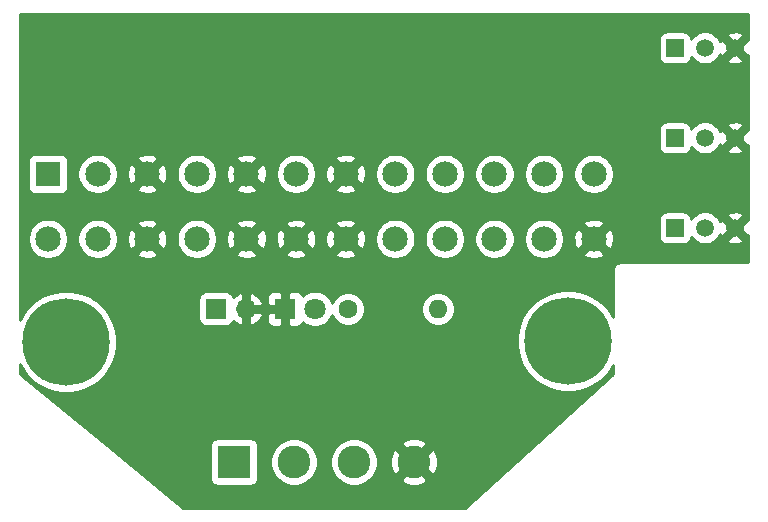
<source format=gbr>
%TF.GenerationSoftware,KiCad,Pcbnew,(5.1.6)-1*%
%TF.CreationDate,2022-09-29T14:47:16-04:00*%
%TF.ProjectId,A500-tower-power,41353030-2d74-46f7-9765-722d706f7765,rev?*%
%TF.SameCoordinates,Original*%
%TF.FileFunction,Copper,L4,Bot*%
%TF.FilePolarity,Positive*%
%FSLAX46Y46*%
G04 Gerber Fmt 4.6, Leading zero omitted, Abs format (unit mm)*
G04 Created by KiCad (PCBNEW (5.1.6)-1) date 2022-09-29 14:47:16*
%MOMM*%
%LPD*%
G01*
G04 APERTURE LIST*
%TA.AperFunction,ComponentPad*%
%ADD10R,1.800000X1.800000*%
%TD*%
%TA.AperFunction,ComponentPad*%
%ADD11C,1.800000*%
%TD*%
%TA.AperFunction,ComponentPad*%
%ADD12C,7.400000*%
%TD*%
%TA.AperFunction,ComponentPad*%
%ADD13C,0.800000*%
%TD*%
%TA.AperFunction,ComponentPad*%
%ADD14R,2.150000X2.150000*%
%TD*%
%TA.AperFunction,ComponentPad*%
%ADD15C,2.150000*%
%TD*%
%TA.AperFunction,ComponentPad*%
%ADD16R,2.775000X2.775000*%
%TD*%
%TA.AperFunction,ComponentPad*%
%ADD17C,2.775000*%
%TD*%
%TA.AperFunction,ComponentPad*%
%ADD18R,1.700000X1.700000*%
%TD*%
%TA.AperFunction,ComponentPad*%
%ADD19O,1.700000X1.700000*%
%TD*%
%TA.AperFunction,ComponentPad*%
%ADD20R,1.500000X1.500000*%
%TD*%
%TA.AperFunction,ComponentPad*%
%ADD21C,1.500000*%
%TD*%
%TA.AperFunction,ComponentPad*%
%ADD22C,1.600000*%
%TD*%
%TA.AperFunction,ComponentPad*%
%ADD23O,1.600000X1.600000*%
%TD*%
%TA.AperFunction,Conductor*%
%ADD24C,0.254000*%
%TD*%
G04 APERTURE END LIST*
D10*
%TO.P,D1,1*%
%TO.N,/GND*%
X149606000Y-105410000D03*
D11*
%TO.P,D1,2*%
%TO.N,Net-(D1-Pad2)*%
X152146000Y-105410000D03*
%TD*%
D12*
%TO.P,H1,1*%
%TO.N,N/C*%
X131064000Y-108204000D03*
D13*
X133839000Y-108204000D03*
X133026221Y-110166221D03*
X131064000Y-110979000D03*
X129101779Y-110166221D03*
X128289000Y-108204000D03*
X129101779Y-106241779D03*
X131064000Y-105429000D03*
X133026221Y-106241779D03*
%TD*%
%TO.P,H2,1*%
%TO.N,N/C*%
X175514000Y-106172000D03*
X173551779Y-105359221D03*
X171589558Y-106172000D03*
X170776779Y-108134221D03*
X171589558Y-110096442D03*
X173551779Y-110909221D03*
X175514000Y-110096442D03*
X176326779Y-108134221D03*
D12*
X173551779Y-108134221D03*
%TD*%
D14*
%TO.P,J1,1*%
%TO.N,/3.3V*%
X129540000Y-93980000D03*
D15*
%TO.P,J1,2*%
X133740000Y-93980000D03*
%TO.P,J1,3*%
%TO.N,/GND*%
X137940000Y-93980000D03*
%TO.P,J1,4*%
%TO.N,/5V*%
X142140000Y-93980000D03*
%TO.P,J1,5*%
%TO.N,/GND*%
X146340000Y-93980000D03*
%TO.P,J1,6*%
%TO.N,/5V*%
X150540000Y-93980000D03*
%TO.P,J1,7*%
%TO.N,/GND*%
X154740000Y-93980000D03*
%TO.P,J1,8*%
%TO.N,/PG*%
X158940000Y-93980000D03*
%TO.P,J1,9*%
%TO.N,/5VSB*%
X163140000Y-93980000D03*
%TO.P,J1,10*%
%TO.N,/12V*%
X167340000Y-93980000D03*
%TO.P,J1,11*%
X171540000Y-93980000D03*
%TO.P,J1,12*%
%TO.N,/3.3V*%
X175740000Y-93980000D03*
%TO.P,J1,13*%
X129540000Y-99480000D03*
%TO.P,J1,14*%
%TO.N,/-12V*%
X133740000Y-99480000D03*
%TO.P,J1,15*%
%TO.N,/GND*%
X137940000Y-99480000D03*
%TO.P,J1,16*%
%TO.N,/PS-ON*%
X142140000Y-99480000D03*
%TO.P,J1,17*%
%TO.N,/GND*%
X146340000Y-99480000D03*
%TO.P,J1,18*%
X150540000Y-99480000D03*
%TO.P,J1,19*%
X154740000Y-99480000D03*
%TO.P,J1,20*%
%TO.N,Net-(J1-Pad20)*%
X158940000Y-99480000D03*
%TO.P,J1,21*%
%TO.N,/5V*%
X163140000Y-99480000D03*
%TO.P,J1,22*%
X167340000Y-99480000D03*
%TO.P,J1,23*%
X171540000Y-99480000D03*
%TO.P,J1,24*%
%TO.N,/GND*%
X175740000Y-99480000D03*
%TD*%
D16*
%TO.P,J2,1*%
%TO.N,/12V*%
X145288000Y-118364000D03*
D17*
%TO.P,J2,2*%
%TO.N,/-12V*%
X150368000Y-118364000D03*
%TO.P,J2,3*%
%TO.N,/5V*%
X155448000Y-118364000D03*
%TO.P,J2,4*%
%TO.N,/GND*%
X160528000Y-118364000D03*
%TD*%
D18*
%TO.P,J3,1*%
%TO.N,/PS-ON*%
X143764000Y-105410000D03*
D19*
%TO.P,J3,2*%
%TO.N,/GND*%
X146304000Y-105410000D03*
%TD*%
D20*
%TO.P,FAN1,1*%
%TO.N,Net-(J4-Pad1)*%
X182626000Y-83312000D03*
D21*
%TO.P,FAN1,2*%
%TO.N,/12V*%
X185166000Y-83312000D03*
%TO.P,FAN1,3*%
%TO.N,/GND*%
X187706000Y-83312000D03*
%TD*%
%TO.P,FAN2,3*%
%TO.N,/GND*%
X187706000Y-90932000D03*
%TO.P,FAN2,2*%
%TO.N,/12V*%
X185166000Y-90932000D03*
D20*
%TO.P,FAN2,1*%
%TO.N,Net-(J5-Pad1)*%
X182626000Y-90932000D03*
%TD*%
%TO.P,FAN3,1*%
%TO.N,Net-(J6-Pad1)*%
X182626000Y-98552000D03*
D21*
%TO.P,FAN3,2*%
%TO.N,/12V*%
X185166000Y-98552000D03*
%TO.P,FAN3,3*%
%TO.N,/GND*%
X187706000Y-98552000D03*
%TD*%
D22*
%TO.P,R1,1*%
%TO.N,Net-(D1-Pad2)*%
X154940000Y-105410000D03*
D23*
%TO.P,R1,2*%
%TO.N,/5V*%
X162560000Y-105410000D03*
%TD*%
D24*
%TO.N,/GND*%
G36*
X188824001Y-82680494D02*
G01*
X188749228Y-82654852D01*
X188092080Y-83312000D01*
X188749228Y-83969148D01*
X188824001Y-83943506D01*
X188824001Y-90300494D01*
X188749228Y-90274852D01*
X188092080Y-90932000D01*
X188749228Y-91589148D01*
X188824000Y-91563506D01*
X188824000Y-97920494D01*
X188749228Y-97894852D01*
X188092080Y-98552000D01*
X188749228Y-99209148D01*
X188824000Y-99183506D01*
X188824000Y-101448000D01*
X178086419Y-101448000D01*
X178054000Y-101444807D01*
X178021581Y-101448000D01*
X177924617Y-101457550D01*
X177800207Y-101495290D01*
X177685550Y-101556575D01*
X177585052Y-101639052D01*
X177502575Y-101739550D01*
X177441290Y-101854207D01*
X177403550Y-101978617D01*
X177390807Y-102108000D01*
X177394001Y-102140429D01*
X177394001Y-106082264D01*
X177393406Y-106080829D01*
X176918993Y-105370820D01*
X176315180Y-104767007D01*
X175605171Y-104292594D01*
X174816252Y-103965813D01*
X173978739Y-103799221D01*
X173124819Y-103799221D01*
X172287306Y-103965813D01*
X171498387Y-104292594D01*
X170788378Y-104767007D01*
X170184565Y-105370820D01*
X169710152Y-106080829D01*
X169383371Y-106869748D01*
X169216779Y-107707261D01*
X169216779Y-108561181D01*
X169383371Y-109398694D01*
X169710152Y-110187613D01*
X170184565Y-110897622D01*
X170788378Y-111501435D01*
X171498387Y-111975848D01*
X172287306Y-112302629D01*
X173124819Y-112469221D01*
X173978739Y-112469221D01*
X174816252Y-112302629D01*
X175605171Y-111975848D01*
X176315180Y-111501435D01*
X176918993Y-110897622D01*
X177393406Y-110187613D01*
X177394000Y-110186179D01*
X177394000Y-110958489D01*
X164846326Y-122276000D01*
X140952319Y-122276000D01*
X134500754Y-116976500D01*
X143262428Y-116976500D01*
X143262428Y-119751500D01*
X143274688Y-119875982D01*
X143310998Y-119995680D01*
X143369963Y-120105994D01*
X143449315Y-120202685D01*
X143546006Y-120282037D01*
X143656320Y-120341002D01*
X143776018Y-120377312D01*
X143900500Y-120389572D01*
X146675500Y-120389572D01*
X146799982Y-120377312D01*
X146919680Y-120341002D01*
X147029994Y-120282037D01*
X147126685Y-120202685D01*
X147206037Y-120105994D01*
X147265002Y-119995680D01*
X147301312Y-119875982D01*
X147313572Y-119751500D01*
X147313572Y-118164801D01*
X148345500Y-118164801D01*
X148345500Y-118563199D01*
X148423224Y-118953941D01*
X148575684Y-119322013D01*
X148797022Y-119653269D01*
X149078731Y-119934978D01*
X149409987Y-120156316D01*
X149778059Y-120308776D01*
X150168801Y-120386500D01*
X150567199Y-120386500D01*
X150957941Y-120308776D01*
X151326013Y-120156316D01*
X151657269Y-119934978D01*
X151938978Y-119653269D01*
X152160316Y-119322013D01*
X152312776Y-118953941D01*
X152390500Y-118563199D01*
X152390500Y-118164801D01*
X153425500Y-118164801D01*
X153425500Y-118563199D01*
X153503224Y-118953941D01*
X153655684Y-119322013D01*
X153877022Y-119653269D01*
X154158731Y-119934978D01*
X154489987Y-120156316D01*
X154858059Y-120308776D01*
X155248801Y-120386500D01*
X155647199Y-120386500D01*
X156037941Y-120308776D01*
X156406013Y-120156316D01*
X156737269Y-119934978D01*
X156804557Y-119867690D01*
X159410390Y-119867690D01*
X159565141Y-120153717D01*
X159932799Y-120307173D01*
X160323330Y-120385953D01*
X160721726Y-120387031D01*
X161112677Y-120310365D01*
X161481160Y-120158901D01*
X161490859Y-120153717D01*
X161645610Y-119867690D01*
X160528000Y-118750080D01*
X159410390Y-119867690D01*
X156804557Y-119867690D01*
X157018978Y-119653269D01*
X157240316Y-119322013D01*
X157392776Y-118953941D01*
X157470500Y-118563199D01*
X157470500Y-118557726D01*
X158504969Y-118557726D01*
X158581635Y-118948677D01*
X158733099Y-119317160D01*
X158738283Y-119326859D01*
X159024310Y-119481610D01*
X160141920Y-118364000D01*
X160914080Y-118364000D01*
X162031690Y-119481610D01*
X162317717Y-119326859D01*
X162471173Y-118959201D01*
X162549953Y-118568670D01*
X162551031Y-118170274D01*
X162474365Y-117779323D01*
X162322901Y-117410840D01*
X162317717Y-117401141D01*
X162031690Y-117246390D01*
X160914080Y-118364000D01*
X160141920Y-118364000D01*
X159024310Y-117246390D01*
X158738283Y-117401141D01*
X158584827Y-117768799D01*
X158506047Y-118159330D01*
X158504969Y-118557726D01*
X157470500Y-118557726D01*
X157470500Y-118164801D01*
X157392776Y-117774059D01*
X157240316Y-117405987D01*
X157018978Y-117074731D01*
X156804557Y-116860310D01*
X159410390Y-116860310D01*
X160528000Y-117977920D01*
X161645610Y-116860310D01*
X161490859Y-116574283D01*
X161123201Y-116420827D01*
X160732670Y-116342047D01*
X160334274Y-116340969D01*
X159943323Y-116417635D01*
X159574840Y-116569099D01*
X159565141Y-116574283D01*
X159410390Y-116860310D01*
X156804557Y-116860310D01*
X156737269Y-116793022D01*
X156406013Y-116571684D01*
X156037941Y-116419224D01*
X155647199Y-116341500D01*
X155248801Y-116341500D01*
X154858059Y-116419224D01*
X154489987Y-116571684D01*
X154158731Y-116793022D01*
X153877022Y-117074731D01*
X153655684Y-117405987D01*
X153503224Y-117774059D01*
X153425500Y-118164801D01*
X152390500Y-118164801D01*
X152312776Y-117774059D01*
X152160316Y-117405987D01*
X151938978Y-117074731D01*
X151657269Y-116793022D01*
X151326013Y-116571684D01*
X150957941Y-116419224D01*
X150567199Y-116341500D01*
X150168801Y-116341500D01*
X149778059Y-116419224D01*
X149409987Y-116571684D01*
X149078731Y-116793022D01*
X148797022Y-117074731D01*
X148575684Y-117405987D01*
X148423224Y-117774059D01*
X148345500Y-118164801D01*
X147313572Y-118164801D01*
X147313572Y-116976500D01*
X147301312Y-116852018D01*
X147265002Y-116732320D01*
X147206037Y-116622006D01*
X147126685Y-116525315D01*
X147029994Y-116445963D01*
X146919680Y-116386998D01*
X146799982Y-116350688D01*
X146675500Y-116338428D01*
X143900500Y-116338428D01*
X143776018Y-116350688D01*
X143656320Y-116386998D01*
X143546006Y-116445963D01*
X143449315Y-116525315D01*
X143369963Y-116622006D01*
X143310998Y-116732320D01*
X143274688Y-116852018D01*
X143262428Y-116976500D01*
X134500754Y-116976500D01*
X127152000Y-110940025D01*
X127152000Y-110087497D01*
X127222373Y-110257392D01*
X127696786Y-110967401D01*
X128300599Y-111571214D01*
X129010608Y-112045627D01*
X129799527Y-112372408D01*
X130637040Y-112539000D01*
X131490960Y-112539000D01*
X132328473Y-112372408D01*
X133117392Y-112045627D01*
X133827401Y-111571214D01*
X134431214Y-110967401D01*
X134905627Y-110257392D01*
X135232408Y-109468473D01*
X135399000Y-108630960D01*
X135399000Y-107777040D01*
X135232408Y-106939527D01*
X134905627Y-106150608D01*
X134431214Y-105440599D01*
X133827401Y-104836786D01*
X133413162Y-104560000D01*
X142275928Y-104560000D01*
X142275928Y-106260000D01*
X142288188Y-106384482D01*
X142324498Y-106504180D01*
X142383463Y-106614494D01*
X142462815Y-106711185D01*
X142559506Y-106790537D01*
X142669820Y-106849502D01*
X142789518Y-106885812D01*
X142914000Y-106898072D01*
X144614000Y-106898072D01*
X144738482Y-106885812D01*
X144858180Y-106849502D01*
X144968494Y-106790537D01*
X145065185Y-106711185D01*
X145144537Y-106614494D01*
X145203502Y-106504180D01*
X145226658Y-106427846D01*
X145417421Y-106601316D01*
X145666871Y-106751388D01*
X145806015Y-106809012D01*
X146031000Y-106707848D01*
X146031000Y-105683000D01*
X146577000Y-105683000D01*
X146577000Y-106707848D01*
X146801985Y-106809012D01*
X146941129Y-106751388D01*
X147190579Y-106601316D01*
X147405958Y-106405462D01*
X147476514Y-106310000D01*
X148067928Y-106310000D01*
X148080188Y-106434482D01*
X148116498Y-106554180D01*
X148175463Y-106664494D01*
X148254815Y-106761185D01*
X148351506Y-106840537D01*
X148461820Y-106899502D01*
X148581518Y-106935812D01*
X148706000Y-106948072D01*
X149174250Y-106945000D01*
X149333000Y-106786250D01*
X149333000Y-105683000D01*
X148229750Y-105683000D01*
X148071000Y-105841750D01*
X148067928Y-106310000D01*
X147476514Y-106310000D01*
X147578989Y-106171353D01*
X147703023Y-105907986D01*
X147604951Y-105683000D01*
X146577000Y-105683000D01*
X146031000Y-105683000D01*
X146011000Y-105683000D01*
X146011000Y-105137000D01*
X146031000Y-105137000D01*
X146031000Y-104112152D01*
X146577000Y-104112152D01*
X146577000Y-105137000D01*
X147604951Y-105137000D01*
X147703023Y-104912014D01*
X147578989Y-104648647D01*
X147476515Y-104510000D01*
X148067928Y-104510000D01*
X148071000Y-104978250D01*
X148229750Y-105137000D01*
X149333000Y-105137000D01*
X149333000Y-104033750D01*
X149879000Y-104033750D01*
X149879000Y-105137000D01*
X149899000Y-105137000D01*
X149899000Y-105683000D01*
X149879000Y-105683000D01*
X149879000Y-106786250D01*
X150037750Y-106945000D01*
X150506000Y-106948072D01*
X150630482Y-106935812D01*
X150750180Y-106899502D01*
X150860494Y-106840537D01*
X150957185Y-106761185D01*
X151036537Y-106664494D01*
X151095502Y-106554180D01*
X151101056Y-106535873D01*
X151167495Y-106602312D01*
X151418905Y-106770299D01*
X151698257Y-106886011D01*
X151994816Y-106945000D01*
X152297184Y-106945000D01*
X152593743Y-106886011D01*
X152873095Y-106770299D01*
X153124505Y-106602312D01*
X153338312Y-106388505D01*
X153506299Y-106137095D01*
X153597120Y-105917835D01*
X153668320Y-106089727D01*
X153825363Y-106324759D01*
X154025241Y-106524637D01*
X154260273Y-106681680D01*
X154521426Y-106789853D01*
X154798665Y-106845000D01*
X155081335Y-106845000D01*
X155358574Y-106789853D01*
X155619727Y-106681680D01*
X155854759Y-106524637D01*
X156054637Y-106324759D01*
X156211680Y-106089727D01*
X156319853Y-105828574D01*
X156375000Y-105551335D01*
X156375000Y-105268665D01*
X161125000Y-105268665D01*
X161125000Y-105551335D01*
X161180147Y-105828574D01*
X161288320Y-106089727D01*
X161445363Y-106324759D01*
X161645241Y-106524637D01*
X161880273Y-106681680D01*
X162141426Y-106789853D01*
X162418665Y-106845000D01*
X162701335Y-106845000D01*
X162978574Y-106789853D01*
X163239727Y-106681680D01*
X163474759Y-106524637D01*
X163674637Y-106324759D01*
X163831680Y-106089727D01*
X163939853Y-105828574D01*
X163995000Y-105551335D01*
X163995000Y-105268665D01*
X163939853Y-104991426D01*
X163831680Y-104730273D01*
X163674637Y-104495241D01*
X163474759Y-104295363D01*
X163239727Y-104138320D01*
X162978574Y-104030147D01*
X162701335Y-103975000D01*
X162418665Y-103975000D01*
X162141426Y-104030147D01*
X161880273Y-104138320D01*
X161645241Y-104295363D01*
X161445363Y-104495241D01*
X161288320Y-104730273D01*
X161180147Y-104991426D01*
X161125000Y-105268665D01*
X156375000Y-105268665D01*
X156319853Y-104991426D01*
X156211680Y-104730273D01*
X156054637Y-104495241D01*
X155854759Y-104295363D01*
X155619727Y-104138320D01*
X155358574Y-104030147D01*
X155081335Y-103975000D01*
X154798665Y-103975000D01*
X154521426Y-104030147D01*
X154260273Y-104138320D01*
X154025241Y-104295363D01*
X153825363Y-104495241D01*
X153668320Y-104730273D01*
X153597120Y-104902165D01*
X153506299Y-104682905D01*
X153338312Y-104431495D01*
X153124505Y-104217688D01*
X152873095Y-104049701D01*
X152593743Y-103933989D01*
X152297184Y-103875000D01*
X151994816Y-103875000D01*
X151698257Y-103933989D01*
X151418905Y-104049701D01*
X151167495Y-104217688D01*
X151101056Y-104284127D01*
X151095502Y-104265820D01*
X151036537Y-104155506D01*
X150957185Y-104058815D01*
X150860494Y-103979463D01*
X150750180Y-103920498D01*
X150630482Y-103884188D01*
X150506000Y-103871928D01*
X150037750Y-103875000D01*
X149879000Y-104033750D01*
X149333000Y-104033750D01*
X149174250Y-103875000D01*
X148706000Y-103871928D01*
X148581518Y-103884188D01*
X148461820Y-103920498D01*
X148351506Y-103979463D01*
X148254815Y-104058815D01*
X148175463Y-104155506D01*
X148116498Y-104265820D01*
X148080188Y-104385518D01*
X148067928Y-104510000D01*
X147476515Y-104510000D01*
X147405958Y-104414538D01*
X147190579Y-104218684D01*
X146941129Y-104068612D01*
X146801985Y-104010988D01*
X146577000Y-104112152D01*
X146031000Y-104112152D01*
X145806015Y-104010988D01*
X145666871Y-104068612D01*
X145417421Y-104218684D01*
X145226658Y-104392154D01*
X145203502Y-104315820D01*
X145144537Y-104205506D01*
X145065185Y-104108815D01*
X144968494Y-104029463D01*
X144858180Y-103970498D01*
X144738482Y-103934188D01*
X144614000Y-103921928D01*
X142914000Y-103921928D01*
X142789518Y-103934188D01*
X142669820Y-103970498D01*
X142559506Y-104029463D01*
X142462815Y-104108815D01*
X142383463Y-104205506D01*
X142324498Y-104315820D01*
X142288188Y-104435518D01*
X142275928Y-104560000D01*
X133413162Y-104560000D01*
X133117392Y-104362373D01*
X132328473Y-104035592D01*
X131490960Y-103869000D01*
X130637040Y-103869000D01*
X129799527Y-104035592D01*
X129010608Y-104362373D01*
X128300599Y-104836786D01*
X127696786Y-105440599D01*
X127222373Y-106150608D01*
X127152000Y-106320503D01*
X127152000Y-99311580D01*
X127830000Y-99311580D01*
X127830000Y-99648420D01*
X127895714Y-99978789D01*
X128024618Y-100289989D01*
X128211756Y-100570061D01*
X128449939Y-100808244D01*
X128730011Y-100995382D01*
X129041211Y-101124286D01*
X129371580Y-101190000D01*
X129708420Y-101190000D01*
X130038789Y-101124286D01*
X130349989Y-100995382D01*
X130630061Y-100808244D01*
X130868244Y-100570061D01*
X131055382Y-100289989D01*
X131184286Y-99978789D01*
X131250000Y-99648420D01*
X131250000Y-99311580D01*
X132030000Y-99311580D01*
X132030000Y-99648420D01*
X132095714Y-99978789D01*
X132224618Y-100289989D01*
X132411756Y-100570061D01*
X132649939Y-100808244D01*
X132930011Y-100995382D01*
X133241211Y-101124286D01*
X133571580Y-101190000D01*
X133908420Y-101190000D01*
X134238789Y-101124286D01*
X134549989Y-100995382D01*
X134830061Y-100808244D01*
X134879543Y-100758762D01*
X137047318Y-100758762D01*
X137163715Y-101012921D01*
X137477689Y-101134912D01*
X137809429Y-101193306D01*
X138146187Y-101185859D01*
X138475022Y-101112857D01*
X138716285Y-101012921D01*
X138832682Y-100758762D01*
X137940000Y-99866080D01*
X137047318Y-100758762D01*
X134879543Y-100758762D01*
X135068244Y-100570061D01*
X135255382Y-100289989D01*
X135384286Y-99978789D01*
X135450000Y-99648420D01*
X135450000Y-99349429D01*
X136226694Y-99349429D01*
X136234141Y-99686187D01*
X136307143Y-100015022D01*
X136407079Y-100256285D01*
X136661238Y-100372682D01*
X137553920Y-99480000D01*
X138326080Y-99480000D01*
X139218762Y-100372682D01*
X139472921Y-100256285D01*
X139594912Y-99942311D01*
X139653306Y-99610571D01*
X139646695Y-99311580D01*
X140430000Y-99311580D01*
X140430000Y-99648420D01*
X140495714Y-99978789D01*
X140624618Y-100289989D01*
X140811756Y-100570061D01*
X141049939Y-100808244D01*
X141330011Y-100995382D01*
X141641211Y-101124286D01*
X141971580Y-101190000D01*
X142308420Y-101190000D01*
X142638789Y-101124286D01*
X142949989Y-100995382D01*
X143230061Y-100808244D01*
X143279543Y-100758762D01*
X145447318Y-100758762D01*
X145563715Y-101012921D01*
X145877689Y-101134912D01*
X146209429Y-101193306D01*
X146546187Y-101185859D01*
X146875022Y-101112857D01*
X147116285Y-101012921D01*
X147232682Y-100758762D01*
X149647318Y-100758762D01*
X149763715Y-101012921D01*
X150077689Y-101134912D01*
X150409429Y-101193306D01*
X150746187Y-101185859D01*
X151075022Y-101112857D01*
X151316285Y-101012921D01*
X151432682Y-100758762D01*
X153847318Y-100758762D01*
X153963715Y-101012921D01*
X154277689Y-101134912D01*
X154609429Y-101193306D01*
X154946187Y-101185859D01*
X155275022Y-101112857D01*
X155516285Y-101012921D01*
X155632682Y-100758762D01*
X154740000Y-99866080D01*
X153847318Y-100758762D01*
X151432682Y-100758762D01*
X150540000Y-99866080D01*
X149647318Y-100758762D01*
X147232682Y-100758762D01*
X146340000Y-99866080D01*
X145447318Y-100758762D01*
X143279543Y-100758762D01*
X143468244Y-100570061D01*
X143655382Y-100289989D01*
X143784286Y-99978789D01*
X143850000Y-99648420D01*
X143850000Y-99349429D01*
X144626694Y-99349429D01*
X144634141Y-99686187D01*
X144707143Y-100015022D01*
X144807079Y-100256285D01*
X145061238Y-100372682D01*
X145953920Y-99480000D01*
X146726080Y-99480000D01*
X147618762Y-100372682D01*
X147872921Y-100256285D01*
X147994912Y-99942311D01*
X148053306Y-99610571D01*
X148047532Y-99349429D01*
X148826694Y-99349429D01*
X148834141Y-99686187D01*
X148907143Y-100015022D01*
X149007079Y-100256285D01*
X149261238Y-100372682D01*
X150153920Y-99480000D01*
X150926080Y-99480000D01*
X151818762Y-100372682D01*
X152072921Y-100256285D01*
X152194912Y-99942311D01*
X152253306Y-99610571D01*
X152247532Y-99349429D01*
X153026694Y-99349429D01*
X153034141Y-99686187D01*
X153107143Y-100015022D01*
X153207079Y-100256285D01*
X153461238Y-100372682D01*
X154353920Y-99480000D01*
X155126080Y-99480000D01*
X156018762Y-100372682D01*
X156272921Y-100256285D01*
X156394912Y-99942311D01*
X156453306Y-99610571D01*
X156446695Y-99311580D01*
X157230000Y-99311580D01*
X157230000Y-99648420D01*
X157295714Y-99978789D01*
X157424618Y-100289989D01*
X157611756Y-100570061D01*
X157849939Y-100808244D01*
X158130011Y-100995382D01*
X158441211Y-101124286D01*
X158771580Y-101190000D01*
X159108420Y-101190000D01*
X159438789Y-101124286D01*
X159749989Y-100995382D01*
X160030061Y-100808244D01*
X160268244Y-100570061D01*
X160455382Y-100289989D01*
X160584286Y-99978789D01*
X160650000Y-99648420D01*
X160650000Y-99311580D01*
X161430000Y-99311580D01*
X161430000Y-99648420D01*
X161495714Y-99978789D01*
X161624618Y-100289989D01*
X161811756Y-100570061D01*
X162049939Y-100808244D01*
X162330011Y-100995382D01*
X162641211Y-101124286D01*
X162971580Y-101190000D01*
X163308420Y-101190000D01*
X163638789Y-101124286D01*
X163949989Y-100995382D01*
X164230061Y-100808244D01*
X164468244Y-100570061D01*
X164655382Y-100289989D01*
X164784286Y-99978789D01*
X164850000Y-99648420D01*
X164850000Y-99311580D01*
X165630000Y-99311580D01*
X165630000Y-99648420D01*
X165695714Y-99978789D01*
X165824618Y-100289989D01*
X166011756Y-100570061D01*
X166249939Y-100808244D01*
X166530011Y-100995382D01*
X166841211Y-101124286D01*
X167171580Y-101190000D01*
X167508420Y-101190000D01*
X167838789Y-101124286D01*
X168149989Y-100995382D01*
X168430061Y-100808244D01*
X168668244Y-100570061D01*
X168855382Y-100289989D01*
X168984286Y-99978789D01*
X169050000Y-99648420D01*
X169050000Y-99311580D01*
X169830000Y-99311580D01*
X169830000Y-99648420D01*
X169895714Y-99978789D01*
X170024618Y-100289989D01*
X170211756Y-100570061D01*
X170449939Y-100808244D01*
X170730011Y-100995382D01*
X171041211Y-101124286D01*
X171371580Y-101190000D01*
X171708420Y-101190000D01*
X172038789Y-101124286D01*
X172349989Y-100995382D01*
X172630061Y-100808244D01*
X172679543Y-100758762D01*
X174847318Y-100758762D01*
X174963715Y-101012921D01*
X175277689Y-101134912D01*
X175609429Y-101193306D01*
X175946187Y-101185859D01*
X176275022Y-101112857D01*
X176516285Y-101012921D01*
X176632682Y-100758762D01*
X175740000Y-99866080D01*
X174847318Y-100758762D01*
X172679543Y-100758762D01*
X172868244Y-100570061D01*
X173055382Y-100289989D01*
X173184286Y-99978789D01*
X173250000Y-99648420D01*
X173250000Y-99349429D01*
X174026694Y-99349429D01*
X174034141Y-99686187D01*
X174107143Y-100015022D01*
X174207079Y-100256285D01*
X174461238Y-100372682D01*
X175353920Y-99480000D01*
X176126080Y-99480000D01*
X177018762Y-100372682D01*
X177272921Y-100256285D01*
X177394912Y-99942311D01*
X177453306Y-99610571D01*
X177445859Y-99273813D01*
X177372857Y-98944978D01*
X177272921Y-98703715D01*
X177018762Y-98587318D01*
X176126080Y-99480000D01*
X175353920Y-99480000D01*
X174461238Y-98587318D01*
X174207079Y-98703715D01*
X174085088Y-99017689D01*
X174026694Y-99349429D01*
X173250000Y-99349429D01*
X173250000Y-99311580D01*
X173184286Y-98981211D01*
X173055382Y-98670011D01*
X172868244Y-98389939D01*
X172679543Y-98201238D01*
X174847318Y-98201238D01*
X175740000Y-99093920D01*
X176632682Y-98201238D01*
X176516285Y-97947079D01*
X176202311Y-97825088D01*
X176071147Y-97802000D01*
X181237928Y-97802000D01*
X181237928Y-99302000D01*
X181250188Y-99426482D01*
X181286498Y-99546180D01*
X181345463Y-99656494D01*
X181424815Y-99753185D01*
X181521506Y-99832537D01*
X181631820Y-99891502D01*
X181751518Y-99927812D01*
X181876000Y-99940072D01*
X183376000Y-99940072D01*
X183500482Y-99927812D01*
X183620180Y-99891502D01*
X183730494Y-99832537D01*
X183827185Y-99753185D01*
X183906537Y-99656494D01*
X183965502Y-99546180D01*
X184001812Y-99426482D01*
X184012445Y-99318517D01*
X184090201Y-99434886D01*
X184283114Y-99627799D01*
X184509957Y-99779371D01*
X184762011Y-99883775D01*
X185029589Y-99937000D01*
X185302411Y-99937000D01*
X185569989Y-99883775D01*
X185822043Y-99779371D01*
X186048886Y-99627799D01*
X186081457Y-99595228D01*
X187048852Y-99595228D01*
X187124733Y-99816500D01*
X187382594Y-99905602D01*
X187652884Y-99942687D01*
X187925214Y-99926328D01*
X188189119Y-99857154D01*
X188287267Y-99816500D01*
X188363148Y-99595228D01*
X187706000Y-98938080D01*
X187048852Y-99595228D01*
X186081457Y-99595228D01*
X186241799Y-99434886D01*
X186393371Y-99208043D01*
X186432922Y-99112558D01*
X186441500Y-99133267D01*
X186662772Y-99209148D01*
X187319920Y-98552000D01*
X186662772Y-97894852D01*
X186441500Y-97970733D01*
X186433697Y-97993314D01*
X186393371Y-97895957D01*
X186241799Y-97669114D01*
X186081457Y-97508772D01*
X187048852Y-97508772D01*
X187706000Y-98165920D01*
X188363148Y-97508772D01*
X188287267Y-97287500D01*
X188029406Y-97198398D01*
X187759116Y-97161313D01*
X187486786Y-97177672D01*
X187222881Y-97246846D01*
X187124733Y-97287500D01*
X187048852Y-97508772D01*
X186081457Y-97508772D01*
X186048886Y-97476201D01*
X185822043Y-97324629D01*
X185569989Y-97220225D01*
X185302411Y-97167000D01*
X185029589Y-97167000D01*
X184762011Y-97220225D01*
X184509957Y-97324629D01*
X184283114Y-97476201D01*
X184090201Y-97669114D01*
X184012445Y-97785483D01*
X184001812Y-97677518D01*
X183965502Y-97557820D01*
X183906537Y-97447506D01*
X183827185Y-97350815D01*
X183730494Y-97271463D01*
X183620180Y-97212498D01*
X183500482Y-97176188D01*
X183376000Y-97163928D01*
X181876000Y-97163928D01*
X181751518Y-97176188D01*
X181631820Y-97212498D01*
X181521506Y-97271463D01*
X181424815Y-97350815D01*
X181345463Y-97447506D01*
X181286498Y-97557820D01*
X181250188Y-97677518D01*
X181237928Y-97802000D01*
X176071147Y-97802000D01*
X175870571Y-97766694D01*
X175533813Y-97774141D01*
X175204978Y-97847143D01*
X174963715Y-97947079D01*
X174847318Y-98201238D01*
X172679543Y-98201238D01*
X172630061Y-98151756D01*
X172349989Y-97964618D01*
X172038789Y-97835714D01*
X171708420Y-97770000D01*
X171371580Y-97770000D01*
X171041211Y-97835714D01*
X170730011Y-97964618D01*
X170449939Y-98151756D01*
X170211756Y-98389939D01*
X170024618Y-98670011D01*
X169895714Y-98981211D01*
X169830000Y-99311580D01*
X169050000Y-99311580D01*
X168984286Y-98981211D01*
X168855382Y-98670011D01*
X168668244Y-98389939D01*
X168430061Y-98151756D01*
X168149989Y-97964618D01*
X167838789Y-97835714D01*
X167508420Y-97770000D01*
X167171580Y-97770000D01*
X166841211Y-97835714D01*
X166530011Y-97964618D01*
X166249939Y-98151756D01*
X166011756Y-98389939D01*
X165824618Y-98670011D01*
X165695714Y-98981211D01*
X165630000Y-99311580D01*
X164850000Y-99311580D01*
X164784286Y-98981211D01*
X164655382Y-98670011D01*
X164468244Y-98389939D01*
X164230061Y-98151756D01*
X163949989Y-97964618D01*
X163638789Y-97835714D01*
X163308420Y-97770000D01*
X162971580Y-97770000D01*
X162641211Y-97835714D01*
X162330011Y-97964618D01*
X162049939Y-98151756D01*
X161811756Y-98389939D01*
X161624618Y-98670011D01*
X161495714Y-98981211D01*
X161430000Y-99311580D01*
X160650000Y-99311580D01*
X160584286Y-98981211D01*
X160455382Y-98670011D01*
X160268244Y-98389939D01*
X160030061Y-98151756D01*
X159749989Y-97964618D01*
X159438789Y-97835714D01*
X159108420Y-97770000D01*
X158771580Y-97770000D01*
X158441211Y-97835714D01*
X158130011Y-97964618D01*
X157849939Y-98151756D01*
X157611756Y-98389939D01*
X157424618Y-98670011D01*
X157295714Y-98981211D01*
X157230000Y-99311580D01*
X156446695Y-99311580D01*
X156445859Y-99273813D01*
X156372857Y-98944978D01*
X156272921Y-98703715D01*
X156018762Y-98587318D01*
X155126080Y-99480000D01*
X154353920Y-99480000D01*
X153461238Y-98587318D01*
X153207079Y-98703715D01*
X153085088Y-99017689D01*
X153026694Y-99349429D01*
X152247532Y-99349429D01*
X152245859Y-99273813D01*
X152172857Y-98944978D01*
X152072921Y-98703715D01*
X151818762Y-98587318D01*
X150926080Y-99480000D01*
X150153920Y-99480000D01*
X149261238Y-98587318D01*
X149007079Y-98703715D01*
X148885088Y-99017689D01*
X148826694Y-99349429D01*
X148047532Y-99349429D01*
X148045859Y-99273813D01*
X147972857Y-98944978D01*
X147872921Y-98703715D01*
X147618762Y-98587318D01*
X146726080Y-99480000D01*
X145953920Y-99480000D01*
X145061238Y-98587318D01*
X144807079Y-98703715D01*
X144685088Y-99017689D01*
X144626694Y-99349429D01*
X143850000Y-99349429D01*
X143850000Y-99311580D01*
X143784286Y-98981211D01*
X143655382Y-98670011D01*
X143468244Y-98389939D01*
X143279543Y-98201238D01*
X145447318Y-98201238D01*
X146340000Y-99093920D01*
X147232682Y-98201238D01*
X149647318Y-98201238D01*
X150540000Y-99093920D01*
X151432682Y-98201238D01*
X153847318Y-98201238D01*
X154740000Y-99093920D01*
X155632682Y-98201238D01*
X155516285Y-97947079D01*
X155202311Y-97825088D01*
X154870571Y-97766694D01*
X154533813Y-97774141D01*
X154204978Y-97847143D01*
X153963715Y-97947079D01*
X153847318Y-98201238D01*
X151432682Y-98201238D01*
X151316285Y-97947079D01*
X151002311Y-97825088D01*
X150670571Y-97766694D01*
X150333813Y-97774141D01*
X150004978Y-97847143D01*
X149763715Y-97947079D01*
X149647318Y-98201238D01*
X147232682Y-98201238D01*
X147116285Y-97947079D01*
X146802311Y-97825088D01*
X146470571Y-97766694D01*
X146133813Y-97774141D01*
X145804978Y-97847143D01*
X145563715Y-97947079D01*
X145447318Y-98201238D01*
X143279543Y-98201238D01*
X143230061Y-98151756D01*
X142949989Y-97964618D01*
X142638789Y-97835714D01*
X142308420Y-97770000D01*
X141971580Y-97770000D01*
X141641211Y-97835714D01*
X141330011Y-97964618D01*
X141049939Y-98151756D01*
X140811756Y-98389939D01*
X140624618Y-98670011D01*
X140495714Y-98981211D01*
X140430000Y-99311580D01*
X139646695Y-99311580D01*
X139645859Y-99273813D01*
X139572857Y-98944978D01*
X139472921Y-98703715D01*
X139218762Y-98587318D01*
X138326080Y-99480000D01*
X137553920Y-99480000D01*
X136661238Y-98587318D01*
X136407079Y-98703715D01*
X136285088Y-99017689D01*
X136226694Y-99349429D01*
X135450000Y-99349429D01*
X135450000Y-99311580D01*
X135384286Y-98981211D01*
X135255382Y-98670011D01*
X135068244Y-98389939D01*
X134879543Y-98201238D01*
X137047318Y-98201238D01*
X137940000Y-99093920D01*
X138832682Y-98201238D01*
X138716285Y-97947079D01*
X138402311Y-97825088D01*
X138070571Y-97766694D01*
X137733813Y-97774141D01*
X137404978Y-97847143D01*
X137163715Y-97947079D01*
X137047318Y-98201238D01*
X134879543Y-98201238D01*
X134830061Y-98151756D01*
X134549989Y-97964618D01*
X134238789Y-97835714D01*
X133908420Y-97770000D01*
X133571580Y-97770000D01*
X133241211Y-97835714D01*
X132930011Y-97964618D01*
X132649939Y-98151756D01*
X132411756Y-98389939D01*
X132224618Y-98670011D01*
X132095714Y-98981211D01*
X132030000Y-99311580D01*
X131250000Y-99311580D01*
X131184286Y-98981211D01*
X131055382Y-98670011D01*
X130868244Y-98389939D01*
X130630061Y-98151756D01*
X130349989Y-97964618D01*
X130038789Y-97835714D01*
X129708420Y-97770000D01*
X129371580Y-97770000D01*
X129041211Y-97835714D01*
X128730011Y-97964618D01*
X128449939Y-98151756D01*
X128211756Y-98389939D01*
X128024618Y-98670011D01*
X127895714Y-98981211D01*
X127830000Y-99311580D01*
X127152000Y-99311580D01*
X127152000Y-92905000D01*
X127826928Y-92905000D01*
X127826928Y-95055000D01*
X127839188Y-95179482D01*
X127875498Y-95299180D01*
X127934463Y-95409494D01*
X128013815Y-95506185D01*
X128110506Y-95585537D01*
X128220820Y-95644502D01*
X128340518Y-95680812D01*
X128465000Y-95693072D01*
X130615000Y-95693072D01*
X130739482Y-95680812D01*
X130859180Y-95644502D01*
X130969494Y-95585537D01*
X131066185Y-95506185D01*
X131145537Y-95409494D01*
X131204502Y-95299180D01*
X131240812Y-95179482D01*
X131253072Y-95055000D01*
X131253072Y-93811580D01*
X132030000Y-93811580D01*
X132030000Y-94148420D01*
X132095714Y-94478789D01*
X132224618Y-94789989D01*
X132411756Y-95070061D01*
X132649939Y-95308244D01*
X132930011Y-95495382D01*
X133241211Y-95624286D01*
X133571580Y-95690000D01*
X133908420Y-95690000D01*
X134238789Y-95624286D01*
X134549989Y-95495382D01*
X134830061Y-95308244D01*
X134879543Y-95258762D01*
X137047318Y-95258762D01*
X137163715Y-95512921D01*
X137477689Y-95634912D01*
X137809429Y-95693306D01*
X138146187Y-95685859D01*
X138475022Y-95612857D01*
X138716285Y-95512921D01*
X138832682Y-95258762D01*
X137940000Y-94366080D01*
X137047318Y-95258762D01*
X134879543Y-95258762D01*
X135068244Y-95070061D01*
X135255382Y-94789989D01*
X135384286Y-94478789D01*
X135450000Y-94148420D01*
X135450000Y-93849429D01*
X136226694Y-93849429D01*
X136234141Y-94186187D01*
X136307143Y-94515022D01*
X136407079Y-94756285D01*
X136661238Y-94872682D01*
X137553920Y-93980000D01*
X138326080Y-93980000D01*
X139218762Y-94872682D01*
X139472921Y-94756285D01*
X139594912Y-94442311D01*
X139653306Y-94110571D01*
X139646695Y-93811580D01*
X140430000Y-93811580D01*
X140430000Y-94148420D01*
X140495714Y-94478789D01*
X140624618Y-94789989D01*
X140811756Y-95070061D01*
X141049939Y-95308244D01*
X141330011Y-95495382D01*
X141641211Y-95624286D01*
X141971580Y-95690000D01*
X142308420Y-95690000D01*
X142638789Y-95624286D01*
X142949989Y-95495382D01*
X143230061Y-95308244D01*
X143279543Y-95258762D01*
X145447318Y-95258762D01*
X145563715Y-95512921D01*
X145877689Y-95634912D01*
X146209429Y-95693306D01*
X146546187Y-95685859D01*
X146875022Y-95612857D01*
X147116285Y-95512921D01*
X147232682Y-95258762D01*
X146340000Y-94366080D01*
X145447318Y-95258762D01*
X143279543Y-95258762D01*
X143468244Y-95070061D01*
X143655382Y-94789989D01*
X143784286Y-94478789D01*
X143850000Y-94148420D01*
X143850000Y-93849429D01*
X144626694Y-93849429D01*
X144634141Y-94186187D01*
X144707143Y-94515022D01*
X144807079Y-94756285D01*
X145061238Y-94872682D01*
X145953920Y-93980000D01*
X146726080Y-93980000D01*
X147618762Y-94872682D01*
X147872921Y-94756285D01*
X147994912Y-94442311D01*
X148053306Y-94110571D01*
X148046695Y-93811580D01*
X148830000Y-93811580D01*
X148830000Y-94148420D01*
X148895714Y-94478789D01*
X149024618Y-94789989D01*
X149211756Y-95070061D01*
X149449939Y-95308244D01*
X149730011Y-95495382D01*
X150041211Y-95624286D01*
X150371580Y-95690000D01*
X150708420Y-95690000D01*
X151038789Y-95624286D01*
X151349989Y-95495382D01*
X151630061Y-95308244D01*
X151679543Y-95258762D01*
X153847318Y-95258762D01*
X153963715Y-95512921D01*
X154277689Y-95634912D01*
X154609429Y-95693306D01*
X154946187Y-95685859D01*
X155275022Y-95612857D01*
X155516285Y-95512921D01*
X155632682Y-95258762D01*
X154740000Y-94366080D01*
X153847318Y-95258762D01*
X151679543Y-95258762D01*
X151868244Y-95070061D01*
X152055382Y-94789989D01*
X152184286Y-94478789D01*
X152250000Y-94148420D01*
X152250000Y-93849429D01*
X153026694Y-93849429D01*
X153034141Y-94186187D01*
X153107143Y-94515022D01*
X153207079Y-94756285D01*
X153461238Y-94872682D01*
X154353920Y-93980000D01*
X155126080Y-93980000D01*
X156018762Y-94872682D01*
X156272921Y-94756285D01*
X156394912Y-94442311D01*
X156453306Y-94110571D01*
X156446695Y-93811580D01*
X157230000Y-93811580D01*
X157230000Y-94148420D01*
X157295714Y-94478789D01*
X157424618Y-94789989D01*
X157611756Y-95070061D01*
X157849939Y-95308244D01*
X158130011Y-95495382D01*
X158441211Y-95624286D01*
X158771580Y-95690000D01*
X159108420Y-95690000D01*
X159438789Y-95624286D01*
X159749989Y-95495382D01*
X160030061Y-95308244D01*
X160268244Y-95070061D01*
X160455382Y-94789989D01*
X160584286Y-94478789D01*
X160650000Y-94148420D01*
X160650000Y-93811580D01*
X161430000Y-93811580D01*
X161430000Y-94148420D01*
X161495714Y-94478789D01*
X161624618Y-94789989D01*
X161811756Y-95070061D01*
X162049939Y-95308244D01*
X162330011Y-95495382D01*
X162641211Y-95624286D01*
X162971580Y-95690000D01*
X163308420Y-95690000D01*
X163638789Y-95624286D01*
X163949989Y-95495382D01*
X164230061Y-95308244D01*
X164468244Y-95070061D01*
X164655382Y-94789989D01*
X164784286Y-94478789D01*
X164850000Y-94148420D01*
X164850000Y-93811580D01*
X165630000Y-93811580D01*
X165630000Y-94148420D01*
X165695714Y-94478789D01*
X165824618Y-94789989D01*
X166011756Y-95070061D01*
X166249939Y-95308244D01*
X166530011Y-95495382D01*
X166841211Y-95624286D01*
X167171580Y-95690000D01*
X167508420Y-95690000D01*
X167838789Y-95624286D01*
X168149989Y-95495382D01*
X168430061Y-95308244D01*
X168668244Y-95070061D01*
X168855382Y-94789989D01*
X168984286Y-94478789D01*
X169050000Y-94148420D01*
X169050000Y-93811580D01*
X169830000Y-93811580D01*
X169830000Y-94148420D01*
X169895714Y-94478789D01*
X170024618Y-94789989D01*
X170211756Y-95070061D01*
X170449939Y-95308244D01*
X170730011Y-95495382D01*
X171041211Y-95624286D01*
X171371580Y-95690000D01*
X171708420Y-95690000D01*
X172038789Y-95624286D01*
X172349989Y-95495382D01*
X172630061Y-95308244D01*
X172868244Y-95070061D01*
X173055382Y-94789989D01*
X173184286Y-94478789D01*
X173250000Y-94148420D01*
X173250000Y-93811580D01*
X174030000Y-93811580D01*
X174030000Y-94148420D01*
X174095714Y-94478789D01*
X174224618Y-94789989D01*
X174411756Y-95070061D01*
X174649939Y-95308244D01*
X174930011Y-95495382D01*
X175241211Y-95624286D01*
X175571580Y-95690000D01*
X175908420Y-95690000D01*
X176238789Y-95624286D01*
X176549989Y-95495382D01*
X176830061Y-95308244D01*
X177068244Y-95070061D01*
X177255382Y-94789989D01*
X177384286Y-94478789D01*
X177450000Y-94148420D01*
X177450000Y-93811580D01*
X177384286Y-93481211D01*
X177255382Y-93170011D01*
X177068244Y-92889939D01*
X176830061Y-92651756D01*
X176549989Y-92464618D01*
X176238789Y-92335714D01*
X175908420Y-92270000D01*
X175571580Y-92270000D01*
X175241211Y-92335714D01*
X174930011Y-92464618D01*
X174649939Y-92651756D01*
X174411756Y-92889939D01*
X174224618Y-93170011D01*
X174095714Y-93481211D01*
X174030000Y-93811580D01*
X173250000Y-93811580D01*
X173184286Y-93481211D01*
X173055382Y-93170011D01*
X172868244Y-92889939D01*
X172630061Y-92651756D01*
X172349989Y-92464618D01*
X172038789Y-92335714D01*
X171708420Y-92270000D01*
X171371580Y-92270000D01*
X171041211Y-92335714D01*
X170730011Y-92464618D01*
X170449939Y-92651756D01*
X170211756Y-92889939D01*
X170024618Y-93170011D01*
X169895714Y-93481211D01*
X169830000Y-93811580D01*
X169050000Y-93811580D01*
X168984286Y-93481211D01*
X168855382Y-93170011D01*
X168668244Y-92889939D01*
X168430061Y-92651756D01*
X168149989Y-92464618D01*
X167838789Y-92335714D01*
X167508420Y-92270000D01*
X167171580Y-92270000D01*
X166841211Y-92335714D01*
X166530011Y-92464618D01*
X166249939Y-92651756D01*
X166011756Y-92889939D01*
X165824618Y-93170011D01*
X165695714Y-93481211D01*
X165630000Y-93811580D01*
X164850000Y-93811580D01*
X164784286Y-93481211D01*
X164655382Y-93170011D01*
X164468244Y-92889939D01*
X164230061Y-92651756D01*
X163949989Y-92464618D01*
X163638789Y-92335714D01*
X163308420Y-92270000D01*
X162971580Y-92270000D01*
X162641211Y-92335714D01*
X162330011Y-92464618D01*
X162049939Y-92651756D01*
X161811756Y-92889939D01*
X161624618Y-93170011D01*
X161495714Y-93481211D01*
X161430000Y-93811580D01*
X160650000Y-93811580D01*
X160584286Y-93481211D01*
X160455382Y-93170011D01*
X160268244Y-92889939D01*
X160030061Y-92651756D01*
X159749989Y-92464618D01*
X159438789Y-92335714D01*
X159108420Y-92270000D01*
X158771580Y-92270000D01*
X158441211Y-92335714D01*
X158130011Y-92464618D01*
X157849939Y-92651756D01*
X157611756Y-92889939D01*
X157424618Y-93170011D01*
X157295714Y-93481211D01*
X157230000Y-93811580D01*
X156446695Y-93811580D01*
X156445859Y-93773813D01*
X156372857Y-93444978D01*
X156272921Y-93203715D01*
X156018762Y-93087318D01*
X155126080Y-93980000D01*
X154353920Y-93980000D01*
X153461238Y-93087318D01*
X153207079Y-93203715D01*
X153085088Y-93517689D01*
X153026694Y-93849429D01*
X152250000Y-93849429D01*
X152250000Y-93811580D01*
X152184286Y-93481211D01*
X152055382Y-93170011D01*
X151868244Y-92889939D01*
X151679543Y-92701238D01*
X153847318Y-92701238D01*
X154740000Y-93593920D01*
X155632682Y-92701238D01*
X155516285Y-92447079D01*
X155202311Y-92325088D01*
X154870571Y-92266694D01*
X154533813Y-92274141D01*
X154204978Y-92347143D01*
X153963715Y-92447079D01*
X153847318Y-92701238D01*
X151679543Y-92701238D01*
X151630061Y-92651756D01*
X151349989Y-92464618D01*
X151038789Y-92335714D01*
X150708420Y-92270000D01*
X150371580Y-92270000D01*
X150041211Y-92335714D01*
X149730011Y-92464618D01*
X149449939Y-92651756D01*
X149211756Y-92889939D01*
X149024618Y-93170011D01*
X148895714Y-93481211D01*
X148830000Y-93811580D01*
X148046695Y-93811580D01*
X148045859Y-93773813D01*
X147972857Y-93444978D01*
X147872921Y-93203715D01*
X147618762Y-93087318D01*
X146726080Y-93980000D01*
X145953920Y-93980000D01*
X145061238Y-93087318D01*
X144807079Y-93203715D01*
X144685088Y-93517689D01*
X144626694Y-93849429D01*
X143850000Y-93849429D01*
X143850000Y-93811580D01*
X143784286Y-93481211D01*
X143655382Y-93170011D01*
X143468244Y-92889939D01*
X143279543Y-92701238D01*
X145447318Y-92701238D01*
X146340000Y-93593920D01*
X147232682Y-92701238D01*
X147116285Y-92447079D01*
X146802311Y-92325088D01*
X146470571Y-92266694D01*
X146133813Y-92274141D01*
X145804978Y-92347143D01*
X145563715Y-92447079D01*
X145447318Y-92701238D01*
X143279543Y-92701238D01*
X143230061Y-92651756D01*
X142949989Y-92464618D01*
X142638789Y-92335714D01*
X142308420Y-92270000D01*
X141971580Y-92270000D01*
X141641211Y-92335714D01*
X141330011Y-92464618D01*
X141049939Y-92651756D01*
X140811756Y-92889939D01*
X140624618Y-93170011D01*
X140495714Y-93481211D01*
X140430000Y-93811580D01*
X139646695Y-93811580D01*
X139645859Y-93773813D01*
X139572857Y-93444978D01*
X139472921Y-93203715D01*
X139218762Y-93087318D01*
X138326080Y-93980000D01*
X137553920Y-93980000D01*
X136661238Y-93087318D01*
X136407079Y-93203715D01*
X136285088Y-93517689D01*
X136226694Y-93849429D01*
X135450000Y-93849429D01*
X135450000Y-93811580D01*
X135384286Y-93481211D01*
X135255382Y-93170011D01*
X135068244Y-92889939D01*
X134879543Y-92701238D01*
X137047318Y-92701238D01*
X137940000Y-93593920D01*
X138832682Y-92701238D01*
X138716285Y-92447079D01*
X138402311Y-92325088D01*
X138070571Y-92266694D01*
X137733813Y-92274141D01*
X137404978Y-92347143D01*
X137163715Y-92447079D01*
X137047318Y-92701238D01*
X134879543Y-92701238D01*
X134830061Y-92651756D01*
X134549989Y-92464618D01*
X134238789Y-92335714D01*
X133908420Y-92270000D01*
X133571580Y-92270000D01*
X133241211Y-92335714D01*
X132930011Y-92464618D01*
X132649939Y-92651756D01*
X132411756Y-92889939D01*
X132224618Y-93170011D01*
X132095714Y-93481211D01*
X132030000Y-93811580D01*
X131253072Y-93811580D01*
X131253072Y-92905000D01*
X131240812Y-92780518D01*
X131204502Y-92660820D01*
X131145537Y-92550506D01*
X131066185Y-92453815D01*
X130969494Y-92374463D01*
X130859180Y-92315498D01*
X130739482Y-92279188D01*
X130615000Y-92266928D01*
X128465000Y-92266928D01*
X128340518Y-92279188D01*
X128220820Y-92315498D01*
X128110506Y-92374463D01*
X128013815Y-92453815D01*
X127934463Y-92550506D01*
X127875498Y-92660820D01*
X127839188Y-92780518D01*
X127826928Y-92905000D01*
X127152000Y-92905000D01*
X127152000Y-90182000D01*
X181237928Y-90182000D01*
X181237928Y-91682000D01*
X181250188Y-91806482D01*
X181286498Y-91926180D01*
X181345463Y-92036494D01*
X181424815Y-92133185D01*
X181521506Y-92212537D01*
X181631820Y-92271502D01*
X181751518Y-92307812D01*
X181876000Y-92320072D01*
X183376000Y-92320072D01*
X183500482Y-92307812D01*
X183620180Y-92271502D01*
X183730494Y-92212537D01*
X183827185Y-92133185D01*
X183906537Y-92036494D01*
X183965502Y-91926180D01*
X184001812Y-91806482D01*
X184012445Y-91698517D01*
X184090201Y-91814886D01*
X184283114Y-92007799D01*
X184509957Y-92159371D01*
X184762011Y-92263775D01*
X185029589Y-92317000D01*
X185302411Y-92317000D01*
X185569989Y-92263775D01*
X185822043Y-92159371D01*
X186048886Y-92007799D01*
X186081457Y-91975228D01*
X187048852Y-91975228D01*
X187124733Y-92196500D01*
X187382594Y-92285602D01*
X187652884Y-92322687D01*
X187925214Y-92306328D01*
X188189119Y-92237154D01*
X188287267Y-92196500D01*
X188363148Y-91975228D01*
X187706000Y-91318080D01*
X187048852Y-91975228D01*
X186081457Y-91975228D01*
X186241799Y-91814886D01*
X186393371Y-91588043D01*
X186432922Y-91492558D01*
X186441500Y-91513267D01*
X186662772Y-91589148D01*
X187319920Y-90932000D01*
X186662772Y-90274852D01*
X186441500Y-90350733D01*
X186433697Y-90373314D01*
X186393371Y-90275957D01*
X186241799Y-90049114D01*
X186081457Y-89888772D01*
X187048852Y-89888772D01*
X187706000Y-90545920D01*
X188363148Y-89888772D01*
X188287267Y-89667500D01*
X188029406Y-89578398D01*
X187759116Y-89541313D01*
X187486786Y-89557672D01*
X187222881Y-89626846D01*
X187124733Y-89667500D01*
X187048852Y-89888772D01*
X186081457Y-89888772D01*
X186048886Y-89856201D01*
X185822043Y-89704629D01*
X185569989Y-89600225D01*
X185302411Y-89547000D01*
X185029589Y-89547000D01*
X184762011Y-89600225D01*
X184509957Y-89704629D01*
X184283114Y-89856201D01*
X184090201Y-90049114D01*
X184012445Y-90165483D01*
X184001812Y-90057518D01*
X183965502Y-89937820D01*
X183906537Y-89827506D01*
X183827185Y-89730815D01*
X183730494Y-89651463D01*
X183620180Y-89592498D01*
X183500482Y-89556188D01*
X183376000Y-89543928D01*
X181876000Y-89543928D01*
X181751518Y-89556188D01*
X181631820Y-89592498D01*
X181521506Y-89651463D01*
X181424815Y-89730815D01*
X181345463Y-89827506D01*
X181286498Y-89937820D01*
X181250188Y-90057518D01*
X181237928Y-90182000D01*
X127152000Y-90182000D01*
X127152000Y-82562000D01*
X181237928Y-82562000D01*
X181237928Y-84062000D01*
X181250188Y-84186482D01*
X181286498Y-84306180D01*
X181345463Y-84416494D01*
X181424815Y-84513185D01*
X181521506Y-84592537D01*
X181631820Y-84651502D01*
X181751518Y-84687812D01*
X181876000Y-84700072D01*
X183376000Y-84700072D01*
X183500482Y-84687812D01*
X183620180Y-84651502D01*
X183730494Y-84592537D01*
X183827185Y-84513185D01*
X183906537Y-84416494D01*
X183965502Y-84306180D01*
X184001812Y-84186482D01*
X184012445Y-84078517D01*
X184090201Y-84194886D01*
X184283114Y-84387799D01*
X184509957Y-84539371D01*
X184762011Y-84643775D01*
X185029589Y-84697000D01*
X185302411Y-84697000D01*
X185569989Y-84643775D01*
X185822043Y-84539371D01*
X186048886Y-84387799D01*
X186081457Y-84355228D01*
X187048852Y-84355228D01*
X187124733Y-84576500D01*
X187382594Y-84665602D01*
X187652884Y-84702687D01*
X187925214Y-84686328D01*
X188189119Y-84617154D01*
X188287267Y-84576500D01*
X188363148Y-84355228D01*
X187706000Y-83698080D01*
X187048852Y-84355228D01*
X186081457Y-84355228D01*
X186241799Y-84194886D01*
X186393371Y-83968043D01*
X186432922Y-83872558D01*
X186441500Y-83893267D01*
X186662772Y-83969148D01*
X187319920Y-83312000D01*
X186662772Y-82654852D01*
X186441500Y-82730733D01*
X186433697Y-82753314D01*
X186393371Y-82655957D01*
X186241799Y-82429114D01*
X186081457Y-82268772D01*
X187048852Y-82268772D01*
X187706000Y-82925920D01*
X188363148Y-82268772D01*
X188287267Y-82047500D01*
X188029406Y-81958398D01*
X187759116Y-81921313D01*
X187486786Y-81937672D01*
X187222881Y-82006846D01*
X187124733Y-82047500D01*
X187048852Y-82268772D01*
X186081457Y-82268772D01*
X186048886Y-82236201D01*
X185822043Y-82084629D01*
X185569989Y-81980225D01*
X185302411Y-81927000D01*
X185029589Y-81927000D01*
X184762011Y-81980225D01*
X184509957Y-82084629D01*
X184283114Y-82236201D01*
X184090201Y-82429114D01*
X184012445Y-82545483D01*
X184001812Y-82437518D01*
X183965502Y-82317820D01*
X183906537Y-82207506D01*
X183827185Y-82110815D01*
X183730494Y-82031463D01*
X183620180Y-81972498D01*
X183500482Y-81936188D01*
X183376000Y-81923928D01*
X181876000Y-81923928D01*
X181751518Y-81936188D01*
X181631820Y-81972498D01*
X181521506Y-82031463D01*
X181424815Y-82110815D01*
X181345463Y-82207506D01*
X181286498Y-82317820D01*
X181250188Y-82437518D01*
X181237928Y-82562000D01*
X127152000Y-82562000D01*
X127152000Y-80416000D01*
X188824001Y-80416000D01*
X188824001Y-82680494D01*
G37*
X188824001Y-82680494D02*
X188749228Y-82654852D01*
X188092080Y-83312000D01*
X188749228Y-83969148D01*
X188824001Y-83943506D01*
X188824001Y-90300494D01*
X188749228Y-90274852D01*
X188092080Y-90932000D01*
X188749228Y-91589148D01*
X188824000Y-91563506D01*
X188824000Y-97920494D01*
X188749228Y-97894852D01*
X188092080Y-98552000D01*
X188749228Y-99209148D01*
X188824000Y-99183506D01*
X188824000Y-101448000D01*
X178086419Y-101448000D01*
X178054000Y-101444807D01*
X178021581Y-101448000D01*
X177924617Y-101457550D01*
X177800207Y-101495290D01*
X177685550Y-101556575D01*
X177585052Y-101639052D01*
X177502575Y-101739550D01*
X177441290Y-101854207D01*
X177403550Y-101978617D01*
X177390807Y-102108000D01*
X177394001Y-102140429D01*
X177394001Y-106082264D01*
X177393406Y-106080829D01*
X176918993Y-105370820D01*
X176315180Y-104767007D01*
X175605171Y-104292594D01*
X174816252Y-103965813D01*
X173978739Y-103799221D01*
X173124819Y-103799221D01*
X172287306Y-103965813D01*
X171498387Y-104292594D01*
X170788378Y-104767007D01*
X170184565Y-105370820D01*
X169710152Y-106080829D01*
X169383371Y-106869748D01*
X169216779Y-107707261D01*
X169216779Y-108561181D01*
X169383371Y-109398694D01*
X169710152Y-110187613D01*
X170184565Y-110897622D01*
X170788378Y-111501435D01*
X171498387Y-111975848D01*
X172287306Y-112302629D01*
X173124819Y-112469221D01*
X173978739Y-112469221D01*
X174816252Y-112302629D01*
X175605171Y-111975848D01*
X176315180Y-111501435D01*
X176918993Y-110897622D01*
X177393406Y-110187613D01*
X177394000Y-110186179D01*
X177394000Y-110958489D01*
X164846326Y-122276000D01*
X140952319Y-122276000D01*
X134500754Y-116976500D01*
X143262428Y-116976500D01*
X143262428Y-119751500D01*
X143274688Y-119875982D01*
X143310998Y-119995680D01*
X143369963Y-120105994D01*
X143449315Y-120202685D01*
X143546006Y-120282037D01*
X143656320Y-120341002D01*
X143776018Y-120377312D01*
X143900500Y-120389572D01*
X146675500Y-120389572D01*
X146799982Y-120377312D01*
X146919680Y-120341002D01*
X147029994Y-120282037D01*
X147126685Y-120202685D01*
X147206037Y-120105994D01*
X147265002Y-119995680D01*
X147301312Y-119875982D01*
X147313572Y-119751500D01*
X147313572Y-118164801D01*
X148345500Y-118164801D01*
X148345500Y-118563199D01*
X148423224Y-118953941D01*
X148575684Y-119322013D01*
X148797022Y-119653269D01*
X149078731Y-119934978D01*
X149409987Y-120156316D01*
X149778059Y-120308776D01*
X150168801Y-120386500D01*
X150567199Y-120386500D01*
X150957941Y-120308776D01*
X151326013Y-120156316D01*
X151657269Y-119934978D01*
X151938978Y-119653269D01*
X152160316Y-119322013D01*
X152312776Y-118953941D01*
X152390500Y-118563199D01*
X152390500Y-118164801D01*
X153425500Y-118164801D01*
X153425500Y-118563199D01*
X153503224Y-118953941D01*
X153655684Y-119322013D01*
X153877022Y-119653269D01*
X154158731Y-119934978D01*
X154489987Y-120156316D01*
X154858059Y-120308776D01*
X155248801Y-120386500D01*
X155647199Y-120386500D01*
X156037941Y-120308776D01*
X156406013Y-120156316D01*
X156737269Y-119934978D01*
X156804557Y-119867690D01*
X159410390Y-119867690D01*
X159565141Y-120153717D01*
X159932799Y-120307173D01*
X160323330Y-120385953D01*
X160721726Y-120387031D01*
X161112677Y-120310365D01*
X161481160Y-120158901D01*
X161490859Y-120153717D01*
X161645610Y-119867690D01*
X160528000Y-118750080D01*
X159410390Y-119867690D01*
X156804557Y-119867690D01*
X157018978Y-119653269D01*
X157240316Y-119322013D01*
X157392776Y-118953941D01*
X157470500Y-118563199D01*
X157470500Y-118557726D01*
X158504969Y-118557726D01*
X158581635Y-118948677D01*
X158733099Y-119317160D01*
X158738283Y-119326859D01*
X159024310Y-119481610D01*
X160141920Y-118364000D01*
X160914080Y-118364000D01*
X162031690Y-119481610D01*
X162317717Y-119326859D01*
X162471173Y-118959201D01*
X162549953Y-118568670D01*
X162551031Y-118170274D01*
X162474365Y-117779323D01*
X162322901Y-117410840D01*
X162317717Y-117401141D01*
X162031690Y-117246390D01*
X160914080Y-118364000D01*
X160141920Y-118364000D01*
X159024310Y-117246390D01*
X158738283Y-117401141D01*
X158584827Y-117768799D01*
X158506047Y-118159330D01*
X158504969Y-118557726D01*
X157470500Y-118557726D01*
X157470500Y-118164801D01*
X157392776Y-117774059D01*
X157240316Y-117405987D01*
X157018978Y-117074731D01*
X156804557Y-116860310D01*
X159410390Y-116860310D01*
X160528000Y-117977920D01*
X161645610Y-116860310D01*
X161490859Y-116574283D01*
X161123201Y-116420827D01*
X160732670Y-116342047D01*
X160334274Y-116340969D01*
X159943323Y-116417635D01*
X159574840Y-116569099D01*
X159565141Y-116574283D01*
X159410390Y-116860310D01*
X156804557Y-116860310D01*
X156737269Y-116793022D01*
X156406013Y-116571684D01*
X156037941Y-116419224D01*
X155647199Y-116341500D01*
X155248801Y-116341500D01*
X154858059Y-116419224D01*
X154489987Y-116571684D01*
X154158731Y-116793022D01*
X153877022Y-117074731D01*
X153655684Y-117405987D01*
X153503224Y-117774059D01*
X153425500Y-118164801D01*
X152390500Y-118164801D01*
X152312776Y-117774059D01*
X152160316Y-117405987D01*
X151938978Y-117074731D01*
X151657269Y-116793022D01*
X151326013Y-116571684D01*
X150957941Y-116419224D01*
X150567199Y-116341500D01*
X150168801Y-116341500D01*
X149778059Y-116419224D01*
X149409987Y-116571684D01*
X149078731Y-116793022D01*
X148797022Y-117074731D01*
X148575684Y-117405987D01*
X148423224Y-117774059D01*
X148345500Y-118164801D01*
X147313572Y-118164801D01*
X147313572Y-116976500D01*
X147301312Y-116852018D01*
X147265002Y-116732320D01*
X147206037Y-116622006D01*
X147126685Y-116525315D01*
X147029994Y-116445963D01*
X146919680Y-116386998D01*
X146799982Y-116350688D01*
X146675500Y-116338428D01*
X143900500Y-116338428D01*
X143776018Y-116350688D01*
X143656320Y-116386998D01*
X143546006Y-116445963D01*
X143449315Y-116525315D01*
X143369963Y-116622006D01*
X143310998Y-116732320D01*
X143274688Y-116852018D01*
X143262428Y-116976500D01*
X134500754Y-116976500D01*
X127152000Y-110940025D01*
X127152000Y-110087497D01*
X127222373Y-110257392D01*
X127696786Y-110967401D01*
X128300599Y-111571214D01*
X129010608Y-112045627D01*
X129799527Y-112372408D01*
X130637040Y-112539000D01*
X131490960Y-112539000D01*
X132328473Y-112372408D01*
X133117392Y-112045627D01*
X133827401Y-111571214D01*
X134431214Y-110967401D01*
X134905627Y-110257392D01*
X135232408Y-109468473D01*
X135399000Y-108630960D01*
X135399000Y-107777040D01*
X135232408Y-106939527D01*
X134905627Y-106150608D01*
X134431214Y-105440599D01*
X133827401Y-104836786D01*
X133413162Y-104560000D01*
X142275928Y-104560000D01*
X142275928Y-106260000D01*
X142288188Y-106384482D01*
X142324498Y-106504180D01*
X142383463Y-106614494D01*
X142462815Y-106711185D01*
X142559506Y-106790537D01*
X142669820Y-106849502D01*
X142789518Y-106885812D01*
X142914000Y-106898072D01*
X144614000Y-106898072D01*
X144738482Y-106885812D01*
X144858180Y-106849502D01*
X144968494Y-106790537D01*
X145065185Y-106711185D01*
X145144537Y-106614494D01*
X145203502Y-106504180D01*
X145226658Y-106427846D01*
X145417421Y-106601316D01*
X145666871Y-106751388D01*
X145806015Y-106809012D01*
X146031000Y-106707848D01*
X146031000Y-105683000D01*
X146577000Y-105683000D01*
X146577000Y-106707848D01*
X146801985Y-106809012D01*
X146941129Y-106751388D01*
X147190579Y-106601316D01*
X147405958Y-106405462D01*
X147476514Y-106310000D01*
X148067928Y-106310000D01*
X148080188Y-106434482D01*
X148116498Y-106554180D01*
X148175463Y-106664494D01*
X148254815Y-106761185D01*
X148351506Y-106840537D01*
X148461820Y-106899502D01*
X148581518Y-106935812D01*
X148706000Y-106948072D01*
X149174250Y-106945000D01*
X149333000Y-106786250D01*
X149333000Y-105683000D01*
X148229750Y-105683000D01*
X148071000Y-105841750D01*
X148067928Y-106310000D01*
X147476514Y-106310000D01*
X147578989Y-106171353D01*
X147703023Y-105907986D01*
X147604951Y-105683000D01*
X146577000Y-105683000D01*
X146031000Y-105683000D01*
X146011000Y-105683000D01*
X146011000Y-105137000D01*
X146031000Y-105137000D01*
X146031000Y-104112152D01*
X146577000Y-104112152D01*
X146577000Y-105137000D01*
X147604951Y-105137000D01*
X147703023Y-104912014D01*
X147578989Y-104648647D01*
X147476515Y-104510000D01*
X148067928Y-104510000D01*
X148071000Y-104978250D01*
X148229750Y-105137000D01*
X149333000Y-105137000D01*
X149333000Y-104033750D01*
X149879000Y-104033750D01*
X149879000Y-105137000D01*
X149899000Y-105137000D01*
X149899000Y-105683000D01*
X149879000Y-105683000D01*
X149879000Y-106786250D01*
X150037750Y-106945000D01*
X150506000Y-106948072D01*
X150630482Y-106935812D01*
X150750180Y-106899502D01*
X150860494Y-106840537D01*
X150957185Y-106761185D01*
X151036537Y-106664494D01*
X151095502Y-106554180D01*
X151101056Y-106535873D01*
X151167495Y-106602312D01*
X151418905Y-106770299D01*
X151698257Y-106886011D01*
X151994816Y-106945000D01*
X152297184Y-106945000D01*
X152593743Y-106886011D01*
X152873095Y-106770299D01*
X153124505Y-106602312D01*
X153338312Y-106388505D01*
X153506299Y-106137095D01*
X153597120Y-105917835D01*
X153668320Y-106089727D01*
X153825363Y-106324759D01*
X154025241Y-106524637D01*
X154260273Y-106681680D01*
X154521426Y-106789853D01*
X154798665Y-106845000D01*
X155081335Y-106845000D01*
X155358574Y-106789853D01*
X155619727Y-106681680D01*
X155854759Y-106524637D01*
X156054637Y-106324759D01*
X156211680Y-106089727D01*
X156319853Y-105828574D01*
X156375000Y-105551335D01*
X156375000Y-105268665D01*
X161125000Y-105268665D01*
X161125000Y-105551335D01*
X161180147Y-105828574D01*
X161288320Y-106089727D01*
X161445363Y-106324759D01*
X161645241Y-106524637D01*
X161880273Y-106681680D01*
X162141426Y-106789853D01*
X162418665Y-106845000D01*
X162701335Y-106845000D01*
X162978574Y-106789853D01*
X163239727Y-106681680D01*
X163474759Y-106524637D01*
X163674637Y-106324759D01*
X163831680Y-106089727D01*
X163939853Y-105828574D01*
X163995000Y-105551335D01*
X163995000Y-105268665D01*
X163939853Y-104991426D01*
X163831680Y-104730273D01*
X163674637Y-104495241D01*
X163474759Y-104295363D01*
X163239727Y-104138320D01*
X162978574Y-104030147D01*
X162701335Y-103975000D01*
X162418665Y-103975000D01*
X162141426Y-104030147D01*
X161880273Y-104138320D01*
X161645241Y-104295363D01*
X161445363Y-104495241D01*
X161288320Y-104730273D01*
X161180147Y-104991426D01*
X161125000Y-105268665D01*
X156375000Y-105268665D01*
X156319853Y-104991426D01*
X156211680Y-104730273D01*
X156054637Y-104495241D01*
X155854759Y-104295363D01*
X155619727Y-104138320D01*
X155358574Y-104030147D01*
X155081335Y-103975000D01*
X154798665Y-103975000D01*
X154521426Y-104030147D01*
X154260273Y-104138320D01*
X154025241Y-104295363D01*
X153825363Y-104495241D01*
X153668320Y-104730273D01*
X153597120Y-104902165D01*
X153506299Y-104682905D01*
X153338312Y-104431495D01*
X153124505Y-104217688D01*
X152873095Y-104049701D01*
X152593743Y-103933989D01*
X152297184Y-103875000D01*
X151994816Y-103875000D01*
X151698257Y-103933989D01*
X151418905Y-104049701D01*
X151167495Y-104217688D01*
X151101056Y-104284127D01*
X151095502Y-104265820D01*
X151036537Y-104155506D01*
X150957185Y-104058815D01*
X150860494Y-103979463D01*
X150750180Y-103920498D01*
X150630482Y-103884188D01*
X150506000Y-103871928D01*
X150037750Y-103875000D01*
X149879000Y-104033750D01*
X149333000Y-104033750D01*
X149174250Y-103875000D01*
X148706000Y-103871928D01*
X148581518Y-103884188D01*
X148461820Y-103920498D01*
X148351506Y-103979463D01*
X148254815Y-104058815D01*
X148175463Y-104155506D01*
X148116498Y-104265820D01*
X148080188Y-104385518D01*
X148067928Y-104510000D01*
X147476515Y-104510000D01*
X147405958Y-104414538D01*
X147190579Y-104218684D01*
X146941129Y-104068612D01*
X146801985Y-104010988D01*
X146577000Y-104112152D01*
X146031000Y-104112152D01*
X145806015Y-104010988D01*
X145666871Y-104068612D01*
X145417421Y-104218684D01*
X145226658Y-104392154D01*
X145203502Y-104315820D01*
X145144537Y-104205506D01*
X145065185Y-104108815D01*
X144968494Y-104029463D01*
X144858180Y-103970498D01*
X144738482Y-103934188D01*
X144614000Y-103921928D01*
X142914000Y-103921928D01*
X142789518Y-103934188D01*
X142669820Y-103970498D01*
X142559506Y-104029463D01*
X142462815Y-104108815D01*
X142383463Y-104205506D01*
X142324498Y-104315820D01*
X142288188Y-104435518D01*
X142275928Y-104560000D01*
X133413162Y-104560000D01*
X133117392Y-104362373D01*
X132328473Y-104035592D01*
X131490960Y-103869000D01*
X130637040Y-103869000D01*
X129799527Y-104035592D01*
X129010608Y-104362373D01*
X128300599Y-104836786D01*
X127696786Y-105440599D01*
X127222373Y-106150608D01*
X127152000Y-106320503D01*
X127152000Y-99311580D01*
X127830000Y-99311580D01*
X127830000Y-99648420D01*
X127895714Y-99978789D01*
X128024618Y-100289989D01*
X128211756Y-100570061D01*
X128449939Y-100808244D01*
X128730011Y-100995382D01*
X129041211Y-101124286D01*
X129371580Y-101190000D01*
X129708420Y-101190000D01*
X130038789Y-101124286D01*
X130349989Y-100995382D01*
X130630061Y-100808244D01*
X130868244Y-100570061D01*
X131055382Y-100289989D01*
X131184286Y-99978789D01*
X131250000Y-99648420D01*
X131250000Y-99311580D01*
X132030000Y-99311580D01*
X132030000Y-99648420D01*
X132095714Y-99978789D01*
X132224618Y-100289989D01*
X132411756Y-100570061D01*
X132649939Y-100808244D01*
X132930011Y-100995382D01*
X133241211Y-101124286D01*
X133571580Y-101190000D01*
X133908420Y-101190000D01*
X134238789Y-101124286D01*
X134549989Y-100995382D01*
X134830061Y-100808244D01*
X134879543Y-100758762D01*
X137047318Y-100758762D01*
X137163715Y-101012921D01*
X137477689Y-101134912D01*
X137809429Y-101193306D01*
X138146187Y-101185859D01*
X138475022Y-101112857D01*
X138716285Y-101012921D01*
X138832682Y-100758762D01*
X137940000Y-99866080D01*
X137047318Y-100758762D01*
X134879543Y-100758762D01*
X135068244Y-100570061D01*
X135255382Y-100289989D01*
X135384286Y-99978789D01*
X135450000Y-99648420D01*
X135450000Y-99349429D01*
X136226694Y-99349429D01*
X136234141Y-99686187D01*
X136307143Y-100015022D01*
X136407079Y-100256285D01*
X136661238Y-100372682D01*
X137553920Y-99480000D01*
X138326080Y-99480000D01*
X139218762Y-100372682D01*
X139472921Y-100256285D01*
X139594912Y-99942311D01*
X139653306Y-99610571D01*
X139646695Y-99311580D01*
X140430000Y-99311580D01*
X140430000Y-99648420D01*
X140495714Y-99978789D01*
X140624618Y-100289989D01*
X140811756Y-100570061D01*
X141049939Y-100808244D01*
X141330011Y-100995382D01*
X141641211Y-101124286D01*
X141971580Y-101190000D01*
X142308420Y-101190000D01*
X142638789Y-101124286D01*
X142949989Y-100995382D01*
X143230061Y-100808244D01*
X143279543Y-100758762D01*
X145447318Y-100758762D01*
X145563715Y-101012921D01*
X145877689Y-101134912D01*
X146209429Y-101193306D01*
X146546187Y-101185859D01*
X146875022Y-101112857D01*
X147116285Y-101012921D01*
X147232682Y-100758762D01*
X149647318Y-100758762D01*
X149763715Y-101012921D01*
X150077689Y-101134912D01*
X150409429Y-101193306D01*
X150746187Y-101185859D01*
X151075022Y-101112857D01*
X151316285Y-101012921D01*
X151432682Y-100758762D01*
X153847318Y-100758762D01*
X153963715Y-101012921D01*
X154277689Y-101134912D01*
X154609429Y-101193306D01*
X154946187Y-101185859D01*
X155275022Y-101112857D01*
X155516285Y-101012921D01*
X155632682Y-100758762D01*
X154740000Y-99866080D01*
X153847318Y-100758762D01*
X151432682Y-100758762D01*
X150540000Y-99866080D01*
X149647318Y-100758762D01*
X147232682Y-100758762D01*
X146340000Y-99866080D01*
X145447318Y-100758762D01*
X143279543Y-100758762D01*
X143468244Y-100570061D01*
X143655382Y-100289989D01*
X143784286Y-99978789D01*
X143850000Y-99648420D01*
X143850000Y-99349429D01*
X144626694Y-99349429D01*
X144634141Y-99686187D01*
X144707143Y-100015022D01*
X144807079Y-100256285D01*
X145061238Y-100372682D01*
X145953920Y-99480000D01*
X146726080Y-99480000D01*
X147618762Y-100372682D01*
X147872921Y-100256285D01*
X147994912Y-99942311D01*
X148053306Y-99610571D01*
X148047532Y-99349429D01*
X148826694Y-99349429D01*
X148834141Y-99686187D01*
X148907143Y-100015022D01*
X149007079Y-100256285D01*
X149261238Y-100372682D01*
X150153920Y-99480000D01*
X150926080Y-99480000D01*
X151818762Y-100372682D01*
X152072921Y-100256285D01*
X152194912Y-99942311D01*
X152253306Y-99610571D01*
X152247532Y-99349429D01*
X153026694Y-99349429D01*
X153034141Y-99686187D01*
X153107143Y-100015022D01*
X153207079Y-100256285D01*
X153461238Y-100372682D01*
X154353920Y-99480000D01*
X155126080Y-99480000D01*
X156018762Y-100372682D01*
X156272921Y-100256285D01*
X156394912Y-99942311D01*
X156453306Y-99610571D01*
X156446695Y-99311580D01*
X157230000Y-99311580D01*
X157230000Y-99648420D01*
X157295714Y-99978789D01*
X157424618Y-100289989D01*
X157611756Y-100570061D01*
X157849939Y-100808244D01*
X158130011Y-100995382D01*
X158441211Y-101124286D01*
X158771580Y-101190000D01*
X159108420Y-101190000D01*
X159438789Y-101124286D01*
X159749989Y-100995382D01*
X160030061Y-100808244D01*
X160268244Y-100570061D01*
X160455382Y-100289989D01*
X160584286Y-99978789D01*
X160650000Y-99648420D01*
X160650000Y-99311580D01*
X161430000Y-99311580D01*
X161430000Y-99648420D01*
X161495714Y-99978789D01*
X161624618Y-100289989D01*
X161811756Y-100570061D01*
X162049939Y-100808244D01*
X162330011Y-100995382D01*
X162641211Y-101124286D01*
X162971580Y-101190000D01*
X163308420Y-101190000D01*
X163638789Y-101124286D01*
X163949989Y-100995382D01*
X164230061Y-100808244D01*
X164468244Y-100570061D01*
X164655382Y-100289989D01*
X164784286Y-99978789D01*
X164850000Y-99648420D01*
X164850000Y-99311580D01*
X165630000Y-99311580D01*
X165630000Y-99648420D01*
X165695714Y-99978789D01*
X165824618Y-100289989D01*
X166011756Y-100570061D01*
X166249939Y-100808244D01*
X166530011Y-100995382D01*
X166841211Y-101124286D01*
X167171580Y-101190000D01*
X167508420Y-101190000D01*
X167838789Y-101124286D01*
X168149989Y-100995382D01*
X168430061Y-100808244D01*
X168668244Y-100570061D01*
X168855382Y-100289989D01*
X168984286Y-99978789D01*
X169050000Y-99648420D01*
X169050000Y-99311580D01*
X169830000Y-99311580D01*
X169830000Y-99648420D01*
X169895714Y-99978789D01*
X170024618Y-100289989D01*
X170211756Y-100570061D01*
X170449939Y-100808244D01*
X170730011Y-100995382D01*
X171041211Y-101124286D01*
X171371580Y-101190000D01*
X171708420Y-101190000D01*
X172038789Y-101124286D01*
X172349989Y-100995382D01*
X172630061Y-100808244D01*
X172679543Y-100758762D01*
X174847318Y-100758762D01*
X174963715Y-101012921D01*
X175277689Y-101134912D01*
X175609429Y-101193306D01*
X175946187Y-101185859D01*
X176275022Y-101112857D01*
X176516285Y-101012921D01*
X176632682Y-100758762D01*
X175740000Y-99866080D01*
X174847318Y-100758762D01*
X172679543Y-100758762D01*
X172868244Y-100570061D01*
X173055382Y-100289989D01*
X173184286Y-99978789D01*
X173250000Y-99648420D01*
X173250000Y-99349429D01*
X174026694Y-99349429D01*
X174034141Y-99686187D01*
X174107143Y-100015022D01*
X174207079Y-100256285D01*
X174461238Y-100372682D01*
X175353920Y-99480000D01*
X176126080Y-99480000D01*
X177018762Y-100372682D01*
X177272921Y-100256285D01*
X177394912Y-99942311D01*
X177453306Y-99610571D01*
X177445859Y-99273813D01*
X177372857Y-98944978D01*
X177272921Y-98703715D01*
X177018762Y-98587318D01*
X176126080Y-99480000D01*
X175353920Y-99480000D01*
X174461238Y-98587318D01*
X174207079Y-98703715D01*
X174085088Y-99017689D01*
X174026694Y-99349429D01*
X173250000Y-99349429D01*
X173250000Y-99311580D01*
X173184286Y-98981211D01*
X173055382Y-98670011D01*
X172868244Y-98389939D01*
X172679543Y-98201238D01*
X174847318Y-98201238D01*
X175740000Y-99093920D01*
X176632682Y-98201238D01*
X176516285Y-97947079D01*
X176202311Y-97825088D01*
X176071147Y-97802000D01*
X181237928Y-97802000D01*
X181237928Y-99302000D01*
X181250188Y-99426482D01*
X181286498Y-99546180D01*
X181345463Y-99656494D01*
X181424815Y-99753185D01*
X181521506Y-99832537D01*
X181631820Y-99891502D01*
X181751518Y-99927812D01*
X181876000Y-99940072D01*
X183376000Y-99940072D01*
X183500482Y-99927812D01*
X183620180Y-99891502D01*
X183730494Y-99832537D01*
X183827185Y-99753185D01*
X183906537Y-99656494D01*
X183965502Y-99546180D01*
X184001812Y-99426482D01*
X184012445Y-99318517D01*
X184090201Y-99434886D01*
X184283114Y-99627799D01*
X184509957Y-99779371D01*
X184762011Y-99883775D01*
X185029589Y-99937000D01*
X185302411Y-99937000D01*
X185569989Y-99883775D01*
X185822043Y-99779371D01*
X186048886Y-99627799D01*
X186081457Y-99595228D01*
X187048852Y-99595228D01*
X187124733Y-99816500D01*
X187382594Y-99905602D01*
X187652884Y-99942687D01*
X187925214Y-99926328D01*
X188189119Y-99857154D01*
X188287267Y-99816500D01*
X188363148Y-99595228D01*
X187706000Y-98938080D01*
X187048852Y-99595228D01*
X186081457Y-99595228D01*
X186241799Y-99434886D01*
X186393371Y-99208043D01*
X186432922Y-99112558D01*
X186441500Y-99133267D01*
X186662772Y-99209148D01*
X187319920Y-98552000D01*
X186662772Y-97894852D01*
X186441500Y-97970733D01*
X186433697Y-97993314D01*
X186393371Y-97895957D01*
X186241799Y-97669114D01*
X186081457Y-97508772D01*
X187048852Y-97508772D01*
X187706000Y-98165920D01*
X188363148Y-97508772D01*
X188287267Y-97287500D01*
X188029406Y-97198398D01*
X187759116Y-97161313D01*
X187486786Y-97177672D01*
X187222881Y-97246846D01*
X187124733Y-97287500D01*
X187048852Y-97508772D01*
X186081457Y-97508772D01*
X186048886Y-97476201D01*
X185822043Y-97324629D01*
X185569989Y-97220225D01*
X185302411Y-97167000D01*
X185029589Y-97167000D01*
X184762011Y-97220225D01*
X184509957Y-97324629D01*
X184283114Y-97476201D01*
X184090201Y-97669114D01*
X184012445Y-97785483D01*
X184001812Y-97677518D01*
X183965502Y-97557820D01*
X183906537Y-97447506D01*
X183827185Y-97350815D01*
X183730494Y-97271463D01*
X183620180Y-97212498D01*
X183500482Y-97176188D01*
X183376000Y-97163928D01*
X181876000Y-97163928D01*
X181751518Y-97176188D01*
X181631820Y-97212498D01*
X181521506Y-97271463D01*
X181424815Y-97350815D01*
X181345463Y-97447506D01*
X181286498Y-97557820D01*
X181250188Y-97677518D01*
X181237928Y-97802000D01*
X176071147Y-97802000D01*
X175870571Y-97766694D01*
X175533813Y-97774141D01*
X175204978Y-97847143D01*
X174963715Y-97947079D01*
X174847318Y-98201238D01*
X172679543Y-98201238D01*
X172630061Y-98151756D01*
X172349989Y-97964618D01*
X172038789Y-97835714D01*
X171708420Y-97770000D01*
X171371580Y-97770000D01*
X171041211Y-97835714D01*
X170730011Y-97964618D01*
X170449939Y-98151756D01*
X170211756Y-98389939D01*
X170024618Y-98670011D01*
X169895714Y-98981211D01*
X169830000Y-99311580D01*
X169050000Y-99311580D01*
X168984286Y-98981211D01*
X168855382Y-98670011D01*
X168668244Y-98389939D01*
X168430061Y-98151756D01*
X168149989Y-97964618D01*
X167838789Y-97835714D01*
X167508420Y-97770000D01*
X167171580Y-97770000D01*
X166841211Y-97835714D01*
X166530011Y-97964618D01*
X166249939Y-98151756D01*
X166011756Y-98389939D01*
X165824618Y-98670011D01*
X165695714Y-98981211D01*
X165630000Y-99311580D01*
X164850000Y-99311580D01*
X164784286Y-98981211D01*
X164655382Y-98670011D01*
X164468244Y-98389939D01*
X164230061Y-98151756D01*
X163949989Y-97964618D01*
X163638789Y-97835714D01*
X163308420Y-97770000D01*
X162971580Y-97770000D01*
X162641211Y-97835714D01*
X162330011Y-97964618D01*
X162049939Y-98151756D01*
X161811756Y-98389939D01*
X161624618Y-98670011D01*
X161495714Y-98981211D01*
X161430000Y-99311580D01*
X160650000Y-99311580D01*
X160584286Y-98981211D01*
X160455382Y-98670011D01*
X160268244Y-98389939D01*
X160030061Y-98151756D01*
X159749989Y-97964618D01*
X159438789Y-97835714D01*
X159108420Y-97770000D01*
X158771580Y-97770000D01*
X158441211Y-97835714D01*
X158130011Y-97964618D01*
X157849939Y-98151756D01*
X157611756Y-98389939D01*
X157424618Y-98670011D01*
X157295714Y-98981211D01*
X157230000Y-99311580D01*
X156446695Y-99311580D01*
X156445859Y-99273813D01*
X156372857Y-98944978D01*
X156272921Y-98703715D01*
X156018762Y-98587318D01*
X155126080Y-99480000D01*
X154353920Y-99480000D01*
X153461238Y-98587318D01*
X153207079Y-98703715D01*
X153085088Y-99017689D01*
X153026694Y-99349429D01*
X152247532Y-99349429D01*
X152245859Y-99273813D01*
X152172857Y-98944978D01*
X152072921Y-98703715D01*
X151818762Y-98587318D01*
X150926080Y-99480000D01*
X150153920Y-99480000D01*
X149261238Y-98587318D01*
X149007079Y-98703715D01*
X148885088Y-99017689D01*
X148826694Y-99349429D01*
X148047532Y-99349429D01*
X148045859Y-99273813D01*
X147972857Y-98944978D01*
X147872921Y-98703715D01*
X147618762Y-98587318D01*
X146726080Y-99480000D01*
X145953920Y-99480000D01*
X145061238Y-98587318D01*
X144807079Y-98703715D01*
X144685088Y-99017689D01*
X144626694Y-99349429D01*
X143850000Y-99349429D01*
X143850000Y-99311580D01*
X143784286Y-98981211D01*
X143655382Y-98670011D01*
X143468244Y-98389939D01*
X143279543Y-98201238D01*
X145447318Y-98201238D01*
X146340000Y-99093920D01*
X147232682Y-98201238D01*
X149647318Y-98201238D01*
X150540000Y-99093920D01*
X151432682Y-98201238D01*
X153847318Y-98201238D01*
X154740000Y-99093920D01*
X155632682Y-98201238D01*
X155516285Y-97947079D01*
X155202311Y-97825088D01*
X154870571Y-97766694D01*
X154533813Y-97774141D01*
X154204978Y-97847143D01*
X153963715Y-97947079D01*
X153847318Y-98201238D01*
X151432682Y-98201238D01*
X151316285Y-97947079D01*
X151002311Y-97825088D01*
X150670571Y-97766694D01*
X150333813Y-97774141D01*
X150004978Y-97847143D01*
X149763715Y-97947079D01*
X149647318Y-98201238D01*
X147232682Y-98201238D01*
X147116285Y-97947079D01*
X146802311Y-97825088D01*
X146470571Y-97766694D01*
X146133813Y-97774141D01*
X145804978Y-97847143D01*
X145563715Y-97947079D01*
X145447318Y-98201238D01*
X143279543Y-98201238D01*
X143230061Y-98151756D01*
X142949989Y-97964618D01*
X142638789Y-97835714D01*
X142308420Y-97770000D01*
X141971580Y-97770000D01*
X141641211Y-97835714D01*
X141330011Y-97964618D01*
X141049939Y-98151756D01*
X140811756Y-98389939D01*
X140624618Y-98670011D01*
X140495714Y-98981211D01*
X140430000Y-99311580D01*
X139646695Y-99311580D01*
X139645859Y-99273813D01*
X139572857Y-98944978D01*
X139472921Y-98703715D01*
X139218762Y-98587318D01*
X138326080Y-99480000D01*
X137553920Y-99480000D01*
X136661238Y-98587318D01*
X136407079Y-98703715D01*
X136285088Y-99017689D01*
X136226694Y-99349429D01*
X135450000Y-99349429D01*
X135450000Y-99311580D01*
X135384286Y-98981211D01*
X135255382Y-98670011D01*
X135068244Y-98389939D01*
X134879543Y-98201238D01*
X137047318Y-98201238D01*
X137940000Y-99093920D01*
X138832682Y-98201238D01*
X138716285Y-97947079D01*
X138402311Y-97825088D01*
X138070571Y-97766694D01*
X137733813Y-97774141D01*
X137404978Y-97847143D01*
X137163715Y-97947079D01*
X137047318Y-98201238D01*
X134879543Y-98201238D01*
X134830061Y-98151756D01*
X134549989Y-97964618D01*
X134238789Y-97835714D01*
X133908420Y-97770000D01*
X133571580Y-97770000D01*
X133241211Y-97835714D01*
X132930011Y-97964618D01*
X132649939Y-98151756D01*
X132411756Y-98389939D01*
X132224618Y-98670011D01*
X132095714Y-98981211D01*
X132030000Y-99311580D01*
X131250000Y-99311580D01*
X131184286Y-98981211D01*
X131055382Y-98670011D01*
X130868244Y-98389939D01*
X130630061Y-98151756D01*
X130349989Y-97964618D01*
X130038789Y-97835714D01*
X129708420Y-97770000D01*
X129371580Y-97770000D01*
X129041211Y-97835714D01*
X128730011Y-97964618D01*
X128449939Y-98151756D01*
X128211756Y-98389939D01*
X128024618Y-98670011D01*
X127895714Y-98981211D01*
X127830000Y-99311580D01*
X127152000Y-99311580D01*
X127152000Y-92905000D01*
X127826928Y-92905000D01*
X127826928Y-95055000D01*
X127839188Y-95179482D01*
X127875498Y-95299180D01*
X127934463Y-95409494D01*
X128013815Y-95506185D01*
X128110506Y-95585537D01*
X128220820Y-95644502D01*
X128340518Y-95680812D01*
X128465000Y-95693072D01*
X130615000Y-95693072D01*
X130739482Y-95680812D01*
X130859180Y-95644502D01*
X130969494Y-95585537D01*
X131066185Y-95506185D01*
X131145537Y-95409494D01*
X131204502Y-95299180D01*
X131240812Y-95179482D01*
X131253072Y-95055000D01*
X131253072Y-93811580D01*
X132030000Y-93811580D01*
X132030000Y-94148420D01*
X132095714Y-94478789D01*
X132224618Y-94789989D01*
X132411756Y-95070061D01*
X132649939Y-95308244D01*
X132930011Y-95495382D01*
X133241211Y-95624286D01*
X133571580Y-95690000D01*
X133908420Y-95690000D01*
X134238789Y-95624286D01*
X134549989Y-95495382D01*
X134830061Y-95308244D01*
X134879543Y-95258762D01*
X137047318Y-95258762D01*
X137163715Y-95512921D01*
X137477689Y-95634912D01*
X137809429Y-95693306D01*
X138146187Y-95685859D01*
X138475022Y-95612857D01*
X138716285Y-95512921D01*
X138832682Y-95258762D01*
X137940000Y-94366080D01*
X137047318Y-95258762D01*
X134879543Y-95258762D01*
X135068244Y-95070061D01*
X135255382Y-94789989D01*
X135384286Y-94478789D01*
X135450000Y-94148420D01*
X135450000Y-93849429D01*
X136226694Y-93849429D01*
X136234141Y-94186187D01*
X136307143Y-94515022D01*
X136407079Y-94756285D01*
X136661238Y-94872682D01*
X137553920Y-93980000D01*
X138326080Y-93980000D01*
X139218762Y-94872682D01*
X139472921Y-94756285D01*
X139594912Y-94442311D01*
X139653306Y-94110571D01*
X139646695Y-93811580D01*
X140430000Y-93811580D01*
X140430000Y-94148420D01*
X140495714Y-94478789D01*
X140624618Y-94789989D01*
X140811756Y-95070061D01*
X141049939Y-95308244D01*
X141330011Y-95495382D01*
X141641211Y-95624286D01*
X141971580Y-95690000D01*
X142308420Y-95690000D01*
X142638789Y-95624286D01*
X142949989Y-95495382D01*
X143230061Y-95308244D01*
X143279543Y-95258762D01*
X145447318Y-95258762D01*
X145563715Y-95512921D01*
X145877689Y-95634912D01*
X146209429Y-95693306D01*
X146546187Y-95685859D01*
X146875022Y-95612857D01*
X147116285Y-95512921D01*
X147232682Y-95258762D01*
X146340000Y-94366080D01*
X145447318Y-95258762D01*
X143279543Y-95258762D01*
X143468244Y-95070061D01*
X143655382Y-94789989D01*
X143784286Y-94478789D01*
X143850000Y-94148420D01*
X143850000Y-93849429D01*
X144626694Y-93849429D01*
X144634141Y-94186187D01*
X144707143Y-94515022D01*
X144807079Y-94756285D01*
X145061238Y-94872682D01*
X145953920Y-93980000D01*
X146726080Y-93980000D01*
X147618762Y-94872682D01*
X147872921Y-94756285D01*
X147994912Y-94442311D01*
X148053306Y-94110571D01*
X148046695Y-93811580D01*
X148830000Y-93811580D01*
X148830000Y-94148420D01*
X148895714Y-94478789D01*
X149024618Y-94789989D01*
X149211756Y-95070061D01*
X149449939Y-95308244D01*
X149730011Y-95495382D01*
X150041211Y-95624286D01*
X150371580Y-95690000D01*
X150708420Y-95690000D01*
X151038789Y-95624286D01*
X151349989Y-95495382D01*
X151630061Y-95308244D01*
X151679543Y-95258762D01*
X153847318Y-95258762D01*
X153963715Y-95512921D01*
X154277689Y-95634912D01*
X154609429Y-95693306D01*
X154946187Y-95685859D01*
X155275022Y-95612857D01*
X155516285Y-95512921D01*
X155632682Y-95258762D01*
X154740000Y-94366080D01*
X153847318Y-95258762D01*
X151679543Y-95258762D01*
X151868244Y-95070061D01*
X152055382Y-94789989D01*
X152184286Y-94478789D01*
X152250000Y-94148420D01*
X152250000Y-93849429D01*
X153026694Y-93849429D01*
X153034141Y-94186187D01*
X153107143Y-94515022D01*
X153207079Y-94756285D01*
X153461238Y-94872682D01*
X154353920Y-93980000D01*
X155126080Y-93980000D01*
X156018762Y-94872682D01*
X156272921Y-94756285D01*
X156394912Y-94442311D01*
X156453306Y-94110571D01*
X156446695Y-93811580D01*
X157230000Y-93811580D01*
X157230000Y-94148420D01*
X157295714Y-94478789D01*
X157424618Y-94789989D01*
X157611756Y-95070061D01*
X157849939Y-95308244D01*
X158130011Y-95495382D01*
X158441211Y-95624286D01*
X158771580Y-95690000D01*
X159108420Y-95690000D01*
X159438789Y-95624286D01*
X159749989Y-95495382D01*
X160030061Y-95308244D01*
X160268244Y-95070061D01*
X160455382Y-94789989D01*
X160584286Y-94478789D01*
X160650000Y-94148420D01*
X160650000Y-93811580D01*
X161430000Y-93811580D01*
X161430000Y-94148420D01*
X161495714Y-94478789D01*
X161624618Y-94789989D01*
X161811756Y-95070061D01*
X162049939Y-95308244D01*
X162330011Y-95495382D01*
X162641211Y-95624286D01*
X162971580Y-95690000D01*
X163308420Y-95690000D01*
X163638789Y-95624286D01*
X163949989Y-95495382D01*
X164230061Y-95308244D01*
X164468244Y-95070061D01*
X164655382Y-94789989D01*
X164784286Y-94478789D01*
X164850000Y-94148420D01*
X164850000Y-93811580D01*
X165630000Y-93811580D01*
X165630000Y-94148420D01*
X165695714Y-94478789D01*
X165824618Y-94789989D01*
X166011756Y-95070061D01*
X166249939Y-95308244D01*
X166530011Y-95495382D01*
X166841211Y-95624286D01*
X167171580Y-95690000D01*
X167508420Y-95690000D01*
X167838789Y-95624286D01*
X168149989Y-95495382D01*
X168430061Y-95308244D01*
X168668244Y-95070061D01*
X168855382Y-94789989D01*
X168984286Y-94478789D01*
X169050000Y-94148420D01*
X169050000Y-93811580D01*
X169830000Y-93811580D01*
X169830000Y-94148420D01*
X169895714Y-94478789D01*
X170024618Y-94789989D01*
X170211756Y-95070061D01*
X170449939Y-95308244D01*
X170730011Y-95495382D01*
X171041211Y-95624286D01*
X171371580Y-95690000D01*
X171708420Y-95690000D01*
X172038789Y-95624286D01*
X172349989Y-95495382D01*
X172630061Y-95308244D01*
X172868244Y-95070061D01*
X173055382Y-94789989D01*
X173184286Y-94478789D01*
X173250000Y-94148420D01*
X173250000Y-93811580D01*
X174030000Y-93811580D01*
X174030000Y-94148420D01*
X174095714Y-94478789D01*
X174224618Y-94789989D01*
X174411756Y-95070061D01*
X174649939Y-95308244D01*
X174930011Y-95495382D01*
X175241211Y-95624286D01*
X175571580Y-95690000D01*
X175908420Y-95690000D01*
X176238789Y-95624286D01*
X176549989Y-95495382D01*
X176830061Y-95308244D01*
X177068244Y-95070061D01*
X177255382Y-94789989D01*
X177384286Y-94478789D01*
X177450000Y-94148420D01*
X177450000Y-93811580D01*
X177384286Y-93481211D01*
X177255382Y-93170011D01*
X177068244Y-92889939D01*
X176830061Y-92651756D01*
X176549989Y-92464618D01*
X176238789Y-92335714D01*
X175908420Y-92270000D01*
X175571580Y-92270000D01*
X175241211Y-92335714D01*
X174930011Y-92464618D01*
X174649939Y-92651756D01*
X174411756Y-92889939D01*
X174224618Y-93170011D01*
X174095714Y-93481211D01*
X174030000Y-93811580D01*
X173250000Y-93811580D01*
X173184286Y-93481211D01*
X173055382Y-93170011D01*
X172868244Y-92889939D01*
X172630061Y-92651756D01*
X172349989Y-92464618D01*
X172038789Y-92335714D01*
X171708420Y-92270000D01*
X171371580Y-92270000D01*
X171041211Y-92335714D01*
X170730011Y-92464618D01*
X170449939Y-92651756D01*
X170211756Y-92889939D01*
X170024618Y-93170011D01*
X169895714Y-93481211D01*
X169830000Y-93811580D01*
X169050000Y-93811580D01*
X168984286Y-93481211D01*
X168855382Y-93170011D01*
X168668244Y-92889939D01*
X168430061Y-92651756D01*
X168149989Y-92464618D01*
X167838789Y-92335714D01*
X167508420Y-92270000D01*
X167171580Y-92270000D01*
X166841211Y-92335714D01*
X166530011Y-92464618D01*
X166249939Y-92651756D01*
X166011756Y-92889939D01*
X165824618Y-93170011D01*
X165695714Y-93481211D01*
X165630000Y-93811580D01*
X164850000Y-93811580D01*
X164784286Y-93481211D01*
X164655382Y-93170011D01*
X164468244Y-92889939D01*
X164230061Y-92651756D01*
X163949989Y-92464618D01*
X163638789Y-92335714D01*
X163308420Y-92270000D01*
X162971580Y-92270000D01*
X162641211Y-92335714D01*
X162330011Y-92464618D01*
X162049939Y-92651756D01*
X161811756Y-92889939D01*
X161624618Y-93170011D01*
X161495714Y-93481211D01*
X161430000Y-93811580D01*
X160650000Y-93811580D01*
X160584286Y-93481211D01*
X160455382Y-93170011D01*
X160268244Y-92889939D01*
X160030061Y-92651756D01*
X159749989Y-92464618D01*
X159438789Y-92335714D01*
X159108420Y-92270000D01*
X158771580Y-92270000D01*
X158441211Y-92335714D01*
X158130011Y-92464618D01*
X157849939Y-92651756D01*
X157611756Y-92889939D01*
X157424618Y-93170011D01*
X157295714Y-93481211D01*
X157230000Y-93811580D01*
X156446695Y-93811580D01*
X156445859Y-93773813D01*
X156372857Y-93444978D01*
X156272921Y-93203715D01*
X156018762Y-93087318D01*
X155126080Y-93980000D01*
X154353920Y-93980000D01*
X153461238Y-93087318D01*
X153207079Y-93203715D01*
X153085088Y-93517689D01*
X153026694Y-93849429D01*
X152250000Y-93849429D01*
X152250000Y-93811580D01*
X152184286Y-93481211D01*
X152055382Y-93170011D01*
X151868244Y-92889939D01*
X151679543Y-92701238D01*
X153847318Y-92701238D01*
X154740000Y-93593920D01*
X155632682Y-92701238D01*
X155516285Y-92447079D01*
X155202311Y-92325088D01*
X154870571Y-92266694D01*
X154533813Y-92274141D01*
X154204978Y-92347143D01*
X153963715Y-92447079D01*
X153847318Y-92701238D01*
X151679543Y-92701238D01*
X151630061Y-92651756D01*
X151349989Y-92464618D01*
X151038789Y-92335714D01*
X150708420Y-92270000D01*
X150371580Y-92270000D01*
X150041211Y-92335714D01*
X149730011Y-92464618D01*
X149449939Y-92651756D01*
X149211756Y-92889939D01*
X149024618Y-93170011D01*
X148895714Y-93481211D01*
X148830000Y-93811580D01*
X148046695Y-93811580D01*
X148045859Y-93773813D01*
X147972857Y-93444978D01*
X147872921Y-93203715D01*
X147618762Y-93087318D01*
X146726080Y-93980000D01*
X145953920Y-93980000D01*
X145061238Y-93087318D01*
X144807079Y-93203715D01*
X144685088Y-93517689D01*
X144626694Y-93849429D01*
X143850000Y-93849429D01*
X143850000Y-93811580D01*
X143784286Y-93481211D01*
X143655382Y-93170011D01*
X143468244Y-92889939D01*
X143279543Y-92701238D01*
X145447318Y-92701238D01*
X146340000Y-93593920D01*
X147232682Y-92701238D01*
X147116285Y-92447079D01*
X146802311Y-92325088D01*
X146470571Y-92266694D01*
X146133813Y-92274141D01*
X145804978Y-92347143D01*
X145563715Y-92447079D01*
X145447318Y-92701238D01*
X143279543Y-92701238D01*
X143230061Y-92651756D01*
X142949989Y-92464618D01*
X142638789Y-92335714D01*
X142308420Y-92270000D01*
X141971580Y-92270000D01*
X141641211Y-92335714D01*
X141330011Y-92464618D01*
X141049939Y-92651756D01*
X140811756Y-92889939D01*
X140624618Y-93170011D01*
X140495714Y-93481211D01*
X140430000Y-93811580D01*
X139646695Y-93811580D01*
X139645859Y-93773813D01*
X139572857Y-93444978D01*
X139472921Y-93203715D01*
X139218762Y-93087318D01*
X138326080Y-93980000D01*
X137553920Y-93980000D01*
X136661238Y-93087318D01*
X136407079Y-93203715D01*
X136285088Y-93517689D01*
X136226694Y-93849429D01*
X135450000Y-93849429D01*
X135450000Y-93811580D01*
X135384286Y-93481211D01*
X135255382Y-93170011D01*
X135068244Y-92889939D01*
X134879543Y-92701238D01*
X137047318Y-92701238D01*
X137940000Y-93593920D01*
X138832682Y-92701238D01*
X138716285Y-92447079D01*
X138402311Y-92325088D01*
X138070571Y-92266694D01*
X137733813Y-92274141D01*
X137404978Y-92347143D01*
X137163715Y-92447079D01*
X137047318Y-92701238D01*
X134879543Y-92701238D01*
X134830061Y-92651756D01*
X134549989Y-92464618D01*
X134238789Y-92335714D01*
X133908420Y-92270000D01*
X133571580Y-92270000D01*
X133241211Y-92335714D01*
X132930011Y-92464618D01*
X132649939Y-92651756D01*
X132411756Y-92889939D01*
X132224618Y-93170011D01*
X132095714Y-93481211D01*
X132030000Y-93811580D01*
X131253072Y-93811580D01*
X131253072Y-92905000D01*
X131240812Y-92780518D01*
X131204502Y-92660820D01*
X131145537Y-92550506D01*
X131066185Y-92453815D01*
X130969494Y-92374463D01*
X130859180Y-92315498D01*
X130739482Y-92279188D01*
X130615000Y-92266928D01*
X128465000Y-92266928D01*
X128340518Y-92279188D01*
X128220820Y-92315498D01*
X128110506Y-92374463D01*
X128013815Y-92453815D01*
X127934463Y-92550506D01*
X127875498Y-92660820D01*
X127839188Y-92780518D01*
X127826928Y-92905000D01*
X127152000Y-92905000D01*
X127152000Y-90182000D01*
X181237928Y-90182000D01*
X181237928Y-91682000D01*
X181250188Y-91806482D01*
X181286498Y-91926180D01*
X181345463Y-92036494D01*
X181424815Y-92133185D01*
X181521506Y-92212537D01*
X181631820Y-92271502D01*
X181751518Y-92307812D01*
X181876000Y-92320072D01*
X183376000Y-92320072D01*
X183500482Y-92307812D01*
X183620180Y-92271502D01*
X183730494Y-92212537D01*
X183827185Y-92133185D01*
X183906537Y-92036494D01*
X183965502Y-91926180D01*
X184001812Y-91806482D01*
X184012445Y-91698517D01*
X184090201Y-91814886D01*
X184283114Y-92007799D01*
X184509957Y-92159371D01*
X184762011Y-92263775D01*
X185029589Y-92317000D01*
X185302411Y-92317000D01*
X185569989Y-92263775D01*
X185822043Y-92159371D01*
X186048886Y-92007799D01*
X186081457Y-91975228D01*
X187048852Y-91975228D01*
X187124733Y-92196500D01*
X187382594Y-92285602D01*
X187652884Y-92322687D01*
X187925214Y-92306328D01*
X188189119Y-92237154D01*
X188287267Y-92196500D01*
X188363148Y-91975228D01*
X187706000Y-91318080D01*
X187048852Y-91975228D01*
X186081457Y-91975228D01*
X186241799Y-91814886D01*
X186393371Y-91588043D01*
X186432922Y-91492558D01*
X186441500Y-91513267D01*
X186662772Y-91589148D01*
X187319920Y-90932000D01*
X186662772Y-90274852D01*
X186441500Y-90350733D01*
X186433697Y-90373314D01*
X186393371Y-90275957D01*
X186241799Y-90049114D01*
X186081457Y-89888772D01*
X187048852Y-89888772D01*
X187706000Y-90545920D01*
X188363148Y-89888772D01*
X188287267Y-89667500D01*
X188029406Y-89578398D01*
X187759116Y-89541313D01*
X187486786Y-89557672D01*
X187222881Y-89626846D01*
X187124733Y-89667500D01*
X187048852Y-89888772D01*
X186081457Y-89888772D01*
X186048886Y-89856201D01*
X185822043Y-89704629D01*
X185569989Y-89600225D01*
X185302411Y-89547000D01*
X185029589Y-89547000D01*
X184762011Y-89600225D01*
X184509957Y-89704629D01*
X184283114Y-89856201D01*
X184090201Y-90049114D01*
X184012445Y-90165483D01*
X184001812Y-90057518D01*
X183965502Y-89937820D01*
X183906537Y-89827506D01*
X183827185Y-89730815D01*
X183730494Y-89651463D01*
X183620180Y-89592498D01*
X183500482Y-89556188D01*
X183376000Y-89543928D01*
X181876000Y-89543928D01*
X181751518Y-89556188D01*
X181631820Y-89592498D01*
X181521506Y-89651463D01*
X181424815Y-89730815D01*
X181345463Y-89827506D01*
X181286498Y-89937820D01*
X181250188Y-90057518D01*
X181237928Y-90182000D01*
X127152000Y-90182000D01*
X127152000Y-82562000D01*
X181237928Y-82562000D01*
X181237928Y-84062000D01*
X181250188Y-84186482D01*
X181286498Y-84306180D01*
X181345463Y-84416494D01*
X181424815Y-84513185D01*
X181521506Y-84592537D01*
X181631820Y-84651502D01*
X181751518Y-84687812D01*
X181876000Y-84700072D01*
X183376000Y-84700072D01*
X183500482Y-84687812D01*
X183620180Y-84651502D01*
X183730494Y-84592537D01*
X183827185Y-84513185D01*
X183906537Y-84416494D01*
X183965502Y-84306180D01*
X184001812Y-84186482D01*
X184012445Y-84078517D01*
X184090201Y-84194886D01*
X184283114Y-84387799D01*
X184509957Y-84539371D01*
X184762011Y-84643775D01*
X185029589Y-84697000D01*
X185302411Y-84697000D01*
X185569989Y-84643775D01*
X185822043Y-84539371D01*
X186048886Y-84387799D01*
X186081457Y-84355228D01*
X187048852Y-84355228D01*
X187124733Y-84576500D01*
X187382594Y-84665602D01*
X187652884Y-84702687D01*
X187925214Y-84686328D01*
X188189119Y-84617154D01*
X188287267Y-84576500D01*
X188363148Y-84355228D01*
X187706000Y-83698080D01*
X187048852Y-84355228D01*
X186081457Y-84355228D01*
X186241799Y-84194886D01*
X186393371Y-83968043D01*
X186432922Y-83872558D01*
X186441500Y-83893267D01*
X186662772Y-83969148D01*
X187319920Y-83312000D01*
X186662772Y-82654852D01*
X186441500Y-82730733D01*
X186433697Y-82753314D01*
X186393371Y-82655957D01*
X186241799Y-82429114D01*
X186081457Y-82268772D01*
X187048852Y-82268772D01*
X187706000Y-82925920D01*
X188363148Y-82268772D01*
X188287267Y-82047500D01*
X188029406Y-81958398D01*
X187759116Y-81921313D01*
X187486786Y-81937672D01*
X187222881Y-82006846D01*
X187124733Y-82047500D01*
X187048852Y-82268772D01*
X186081457Y-82268772D01*
X186048886Y-82236201D01*
X185822043Y-82084629D01*
X185569989Y-81980225D01*
X185302411Y-81927000D01*
X185029589Y-81927000D01*
X184762011Y-81980225D01*
X184509957Y-82084629D01*
X184283114Y-82236201D01*
X184090201Y-82429114D01*
X184012445Y-82545483D01*
X184001812Y-82437518D01*
X183965502Y-82317820D01*
X183906537Y-82207506D01*
X183827185Y-82110815D01*
X183730494Y-82031463D01*
X183620180Y-81972498D01*
X183500482Y-81936188D01*
X183376000Y-81923928D01*
X181876000Y-81923928D01*
X181751518Y-81936188D01*
X181631820Y-81972498D01*
X181521506Y-82031463D01*
X181424815Y-82110815D01*
X181345463Y-82207506D01*
X181286498Y-82317820D01*
X181250188Y-82437518D01*
X181237928Y-82562000D01*
X127152000Y-82562000D01*
X127152000Y-80416000D01*
X188824001Y-80416000D01*
X188824001Y-82680494D01*
%TD*%
M02*

</source>
